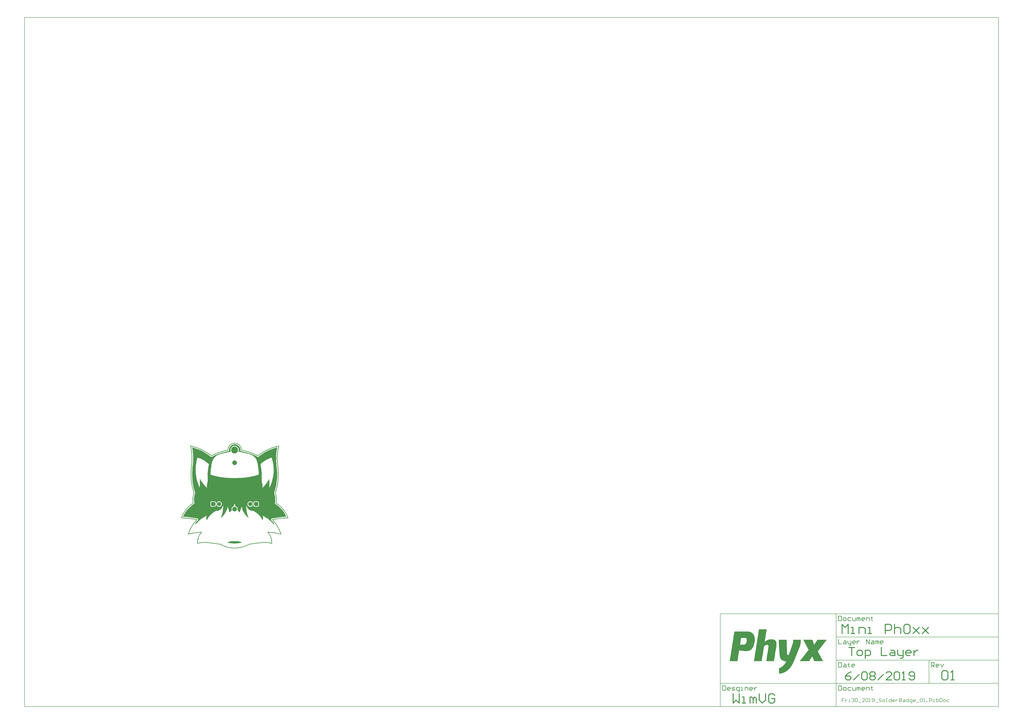
<source format=gtl>
G04*
G04 #@! TF.GenerationSoftware,Altium Limited,Altium Designer,18.1.11 (251)*
G04*
G04 Layer_Physical_Order=1*
G04 Layer_Color=48896*
%FSLAX25Y25*%
%MOIN*%
G70*
G01*
G75*
%ADD10C,0.00787*%
%ADD15C,0.00984*%
%ADD16C,0.01575*%
%ADD17R,0.03937X0.05118*%
%ADD26C,0.07874*%
%ADD27C,0.11811*%
G04:AMPARAMS|DCode=28|XSize=70.87mil|YSize=70.87mil|CornerRadius=17.72mil|HoleSize=0mil|Usage=FLASHONLY|Rotation=0.000|XOffset=0mil|YOffset=0mil|HoleType=Round|Shape=RoundedRectangle|*
%AMROUNDEDRECTD28*
21,1,0.07087,0.03543,0,0,0.0*
21,1,0.03543,0.07087,0,0,0.0*
1,1,0.03543,0.01772,-0.01772*
1,1,0.03543,-0.01772,-0.01772*
1,1,0.03543,-0.01772,0.01772*
1,1,0.03543,0.01772,0.01772*
%
%ADD28ROUNDEDRECTD28*%
%ADD29C,0.07087*%
G36*
X152Y176010D02*
X784Y175996D01*
X2045Y175804D01*
X3270Y175450D01*
X4440Y174940D01*
X5533Y174282D01*
X6532Y173489D01*
X7420Y172573D01*
X8182Y171550D01*
X8804Y170436D01*
X9277Y169252D01*
X9593Y168016D01*
X9739Y166805D01*
X9701Y166224D01*
X9738Y165940D01*
X9745Y165653D01*
X9788Y165554D01*
X9803Y165448D01*
X9946Y165199D01*
X10062Y164937D01*
X10140Y164863D01*
X10194Y164769D01*
X10421Y164595D01*
X10629Y164397D01*
X10729Y164358D01*
X10815Y164292D01*
X11092Y164218D01*
X11360Y164115D01*
X13145Y163804D01*
X16690Y163047D01*
X20204Y162156D01*
X23681Y161131D01*
X27116Y159974D01*
X30505Y158687D01*
X33842Y157272D01*
X37123Y155730D01*
X38733Y154897D01*
X39096Y154792D01*
X39458Y154682D01*
X39472Y154683D01*
X39485Y154680D01*
X39861Y154722D01*
X40238Y154759D01*
X40250Y154765D01*
X40263Y154767D01*
X40594Y154949D01*
X40928Y155128D01*
X42777Y156646D01*
X46656Y159447D01*
X50700Y162003D01*
X54894Y164304D01*
X59223Y166341D01*
X63669Y168107D01*
X68216Y169596D01*
X72239Y170642D01*
X72242Y170640D01*
X71555Y166662D01*
X71556Y166614D01*
X71541Y166569D01*
X70961Y161921D01*
X70964Y161874D01*
X70951Y161828D01*
X70588Y157158D01*
X70594Y157111D01*
X70583Y157064D01*
X70439Y152383D01*
X70447Y152336D01*
X70439Y152289D01*
X70514Y147606D01*
X70524Y147559D01*
X70517Y147512D01*
X70811Y142837D01*
X70824Y142791D01*
X70819Y142744D01*
X71331Y138088D01*
X71342Y138054D01*
X71340Y138018D01*
X71672Y135743D01*
X71939Y133143D01*
X72202Y127837D01*
X72185Y122525D01*
X71889Y117221D01*
X71315Y111940D01*
X70463Y106696D01*
X69336Y101505D01*
X67938Y96379D01*
X67105Y93857D01*
X67071Y93580D01*
X67005Y93309D01*
X67023Y93195D01*
X67009Y93080D01*
X67083Y92811D01*
X67127Y92535D01*
X67474Y91591D01*
X68043Y89660D01*
X68483Y87696D01*
X68792Y85707D01*
X68968Y83702D01*
X69012Y81690D01*
X68923Y79680D01*
X68702Y77679D01*
X68525Y76689D01*
X68533Y76305D01*
X68537Y75921D01*
X68540Y75914D01*
X68541Y75906D01*
X68694Y75554D01*
X68845Y75201D01*
X68851Y75196D01*
X68854Y75188D01*
X69130Y74923D01*
X69406Y74654D01*
X71054Y73581D01*
X74167Y71178D01*
X77078Y68533D01*
X79768Y65664D01*
X82220Y62589D01*
X84418Y59326D01*
X86347Y55899D01*
X87644Y53089D01*
X87642Y53085D01*
X87137Y53068D01*
X87105Y53061D01*
X87073Y53065D01*
X80376Y52628D01*
X80335Y52617D01*
X80292Y52621D01*
X73620Y51903D01*
X73579Y51891D01*
X73536Y51893D01*
X66899Y50895D01*
X66865Y50883D01*
X66829Y50883D01*
X63541Y50269D01*
X63357Y50195D01*
X63162Y50159D01*
X62997Y50051D01*
X62814Y49978D01*
X62672Y49839D01*
X62506Y49731D01*
X62395Y49568D01*
X62253Y49430D01*
X62176Y49248D01*
X62064Y49085D01*
X62023Y48892D01*
X61945Y48710D01*
X61943Y48512D01*
X61902Y48319D01*
X61939Y48125D01*
X61936Y47927D01*
X62010Y47743D01*
X62046Y47549D01*
X62154Y47383D01*
X62227Y47200D01*
X62366Y47059D01*
X62474Y46893D01*
X63703Y45636D01*
X66011Y42983D01*
X66455Y42408D01*
X66853Y40554D01*
X66966Y39369D01*
X66962Y39367D01*
X66951Y39371D01*
X65955Y40609D01*
X63857Y42995D01*
X61623Y45255D01*
X59262Y47381D01*
X56782Y49366D01*
X54190Y51204D01*
X51495Y52888D01*
X48707Y54412D01*
X47281Y55113D01*
X47266Y55118D01*
X47490Y54660D01*
X47831Y53699D01*
X48062Y52705D01*
X48177Y51691D01*
Y50671D01*
X48062Y49658D01*
X47831Y48664D01*
X47490Y47703D01*
X47268Y47249D01*
X47264Y47249D01*
X46640Y48519D01*
X45223Y50978D01*
X43596Y53305D01*
X41773Y55481D01*
X39766Y57489D01*
X37591Y59313D01*
X35266Y60941D01*
X32806Y62359D01*
X31533Y62986D01*
X31533Y62986D01*
X30777Y62968D01*
X29272Y63129D01*
X27802Y63485D01*
X26391Y64029D01*
X25063Y64754D01*
X23841Y65645D01*
X22745Y66689D01*
X21795Y67866D01*
X21008Y69157D01*
X20395Y70540D01*
X19968Y71991D01*
X19734Y73486D01*
X19716Y74242D01*
X19641Y72768D01*
X19621Y69817D01*
X19774Y66869D01*
X20099Y63936D01*
X20595Y61026D01*
X21261Y58151D01*
X22093Y55319D01*
X23090Y52541D01*
X23642Y51192D01*
X23639Y51189D01*
X22533Y52057D01*
X20436Y54025D01*
X18520Y56169D01*
X16801Y58475D01*
X15291Y60922D01*
X14003Y63494D01*
X12946Y66168D01*
X12129Y68925D01*
X11844Y70335D01*
X8706Y60272D01*
X8701Y60270D01*
X7812Y61086D01*
X6178Y62875D01*
X4875Y64582D01*
X5044Y65138D01*
X5143Y66142D01*
X5044Y67145D01*
X4751Y68110D01*
X4276Y68999D01*
X3637Y69778D01*
X2857Y70418D01*
X1968Y70893D01*
X1473Y71043D01*
X1390Y71246D01*
X676Y73561D01*
X170Y75930D01*
X21Y77132D01*
X-127Y75930D01*
X-634Y73561D01*
X-1347Y71246D01*
X-1424Y71058D01*
X-1968Y70893D01*
X-2857Y70418D01*
X-3637Y69778D01*
X-4276Y68999D01*
X-4751Y68110D01*
X-5044Y67145D01*
X-5143Y66142D01*
X-5044Y65138D01*
X-4863Y64542D01*
X-6135Y62875D01*
X-7769Y61086D01*
X-8659Y60270D01*
X-8663Y60271D01*
X-11801Y70335D01*
X-12086Y68925D01*
X-12903Y66168D01*
X-13960Y63494D01*
X-15248Y60922D01*
X-16758Y58475D01*
X-18477Y56169D01*
X-20393Y54025D01*
X-22490Y52057D01*
X-23596Y51189D01*
X-23600Y51192D01*
X-23047Y52541D01*
X-22050Y55319D01*
X-21218Y58151D01*
X-20552Y61026D01*
X-20056Y63936D01*
X-19731Y66869D01*
X-19578Y69817D01*
X-19598Y72768D01*
X-19673Y74242D01*
X-19691Y73486D01*
X-19925Y71991D01*
X-20352Y70540D01*
X-20965Y69157D01*
X-21753Y67866D01*
X-22702Y66689D01*
X-23798Y65645D01*
X-25020Y64754D01*
X-26348Y64029D01*
X-27759Y63485D01*
X-29230Y63129D01*
X-30734Y62968D01*
X-31490Y62986D01*
Y62986D01*
X-32763Y62359D01*
X-35223Y60941D01*
X-37549Y59313D01*
X-39723Y57489D01*
X-41730Y55481D01*
X-43554Y53305D01*
X-45180Y50978D01*
X-46597Y48519D01*
X-47221Y47249D01*
X-47225Y47249D01*
X-47447Y47703D01*
X-47789Y48664D01*
X-48019Y49658D01*
X-48134Y50671D01*
Y51691D01*
X-48019Y52705D01*
X-47789Y53699D01*
X-47447Y54660D01*
X-47223Y55118D01*
X-47238Y55113D01*
X-48664Y54412D01*
X-51452Y52888D01*
X-54147Y51204D01*
X-56739Y49366D01*
X-59219Y47381D01*
X-61580Y45255D01*
X-63814Y42995D01*
X-65912Y40609D01*
X-66908Y39371D01*
X-66920Y39367D01*
X-66923Y39369D01*
X-66810Y40554D01*
X-66404Y42443D01*
X-65983Y42988D01*
X-63676Y45641D01*
X-62435Y46909D01*
X-62324Y47078D01*
X-62183Y47224D01*
X-62112Y47403D01*
X-62007Y47564D01*
X-61969Y47763D01*
X-61895Y47952D01*
X-61898Y48145D01*
X-61862Y48334D01*
X-61904Y48532D01*
X-61907Y48735D01*
X-61984Y48912D01*
X-62023Y49100D01*
X-62137Y49268D01*
X-62218Y49453D01*
X-62356Y49588D01*
X-62465Y49747D01*
X-62635Y49858D01*
X-62780Y49999D01*
X-62959Y50069D01*
X-63121Y50175D01*
X-63320Y50212D01*
X-63508Y50287D01*
X-66809Y50890D01*
X-66841Y50890D01*
X-66872Y50901D01*
X-73508Y51898D01*
X-73551Y51896D01*
X-73592Y51909D01*
X-80265Y52627D01*
X-80307Y52623D01*
X-80349Y52634D01*
X-87046Y53071D01*
X-87077Y53066D01*
X-87109Y53074D01*
X-87615Y53091D01*
X-87617Y53094D01*
X-86319Y55905D01*
X-84390Y59332D01*
X-82192Y62594D01*
X-79741Y65670D01*
X-77051Y68539D01*
X-74140Y71184D01*
X-71026Y73587D01*
X-69378Y74660D01*
X-69103Y74928D01*
X-68827Y75194D01*
X-68824Y75201D01*
X-68818Y75207D01*
X-68667Y75560D01*
X-68513Y75911D01*
X-68513Y75919D01*
X-68510Y75927D01*
X-68505Y76310D01*
X-68497Y76694D01*
X-68674Y77685D01*
X-68896Y79685D01*
X-68985Y81696D01*
X-68941Y83708D01*
X-68764Y85713D01*
X-68455Y87702D01*
X-68015Y89666D01*
X-67447Y91596D01*
X-67099Y92541D01*
X-67056Y92817D01*
X-66981Y93086D01*
X-66995Y93200D01*
X-66978Y93314D01*
X-67043Y93586D01*
X-67077Y93863D01*
X-67910Y96385D01*
X-69309Y101510D01*
X-70435Y106702D01*
X-71287Y111945D01*
X-71862Y117226D01*
X-72158Y122530D01*
X-72174Y127843D01*
X-71911Y133148D01*
X-71644Y135748D01*
X-71313Y138024D01*
X-71315Y138060D01*
X-71304Y138094D01*
X-70792Y142750D01*
X-70796Y142797D01*
X-70784Y142843D01*
X-70490Y147518D01*
X-70496Y147565D01*
X-70486Y147611D01*
X-70411Y152295D01*
X-70420Y152341D01*
X-70412Y152388D01*
X-70556Y157070D01*
X-70567Y157116D01*
X-70561Y157164D01*
X-70924Y161833D01*
X-70936Y161879D01*
X-70933Y161927D01*
X-71513Y166574D01*
X-71529Y166620D01*
X-71527Y166667D01*
X-72214Y170645D01*
X-72211Y170648D01*
X-68188Y169601D01*
X-63641Y168113D01*
X-59195Y166347D01*
X-54867Y164309D01*
X-50672Y162008D01*
X-46628Y159452D01*
X-42750Y156651D01*
X-40901Y155134D01*
X-40567Y154955D01*
X-40236Y154772D01*
X-40222Y154771D01*
X-40210Y154764D01*
X-39833Y154727D01*
X-39457Y154685D01*
X-39444Y154689D01*
X-39431Y154688D01*
X-39069Y154797D01*
X-38705Y154902D01*
X-37098Y155734D01*
X-33823Y157273D01*
X-30492Y158686D01*
X-27109Y159972D01*
X-23680Y161128D01*
X-20209Y162152D01*
X-16702Y163043D01*
X-13164Y163801D01*
X-11375Y164111D01*
X-11158Y164195D01*
X-10931Y164243D01*
X-10797Y164335D01*
X-10644Y164393D01*
X-10476Y164554D01*
X-10285Y164685D01*
X-10195Y164821D01*
X-10078Y164934D01*
X-9983Y165146D01*
X-9856Y165340D01*
X-9826Y165501D01*
X-9760Y165650D01*
X-9755Y165882D01*
X-9712Y166110D01*
X-9719Y166748D01*
X-9566Y168015D01*
X-9251Y169252D01*
X-8779Y170437D01*
X-8156Y171552D01*
X-7395Y172576D01*
X-6507Y173493D01*
X-5508Y174286D01*
X-4414Y174944D01*
X-3244Y175454D01*
X-2018Y175809D01*
X-757Y176002D01*
X-156Y176014D01*
X152Y176010D01*
D02*
G37*
G36*
X4876Y11602D02*
X8073Y10994D01*
X11183Y10039D01*
X12677Y9394D01*
Y9394D01*
X11124Y9011D01*
X7976Y8435D01*
X4800Y8053D01*
X1606Y7865D01*
X6Y7868D01*
X6Y7868D01*
X-1594Y7864D01*
X-4787Y8053D01*
X-7963Y8436D01*
X-11110Y9012D01*
X-12663Y9396D01*
X-11170Y10040D01*
X-8059Y10994D01*
X-4863Y11602D01*
X-1620Y11856D01*
X6Y11804D01*
X1632Y11856D01*
X4876Y11602D01*
D02*
G37*
G36*
X1005337Y-155808D02*
X1005050D01*
Y-156094D01*
X1004764D01*
Y-156380D01*
Y-156667D01*
X1004478D01*
Y-156953D01*
X1004192D01*
Y-157239D01*
X1003905D01*
Y-157526D01*
Y-157812D01*
X1003619D01*
Y-158098D01*
X1003333D01*
Y-158385D01*
X1003046D01*
Y-158671D01*
X1002760D01*
Y-158957D01*
Y-159244D01*
X1002474D01*
Y-159530D01*
X1002187D01*
Y-159816D01*
X1001901D01*
Y-160102D01*
Y-160389D01*
X1001615D01*
Y-160675D01*
X1001328D01*
Y-160961D01*
X1001042D01*
Y-161248D01*
X1000756D01*
Y-161534D01*
Y-161820D01*
X1000469D01*
Y-162107D01*
X1000183D01*
Y-162393D01*
X999897D01*
Y-162679D01*
Y-162966D01*
X999611D01*
Y-163252D01*
X999324D01*
Y-163538D01*
X999038D01*
Y-163824D01*
Y-164111D01*
X998752D01*
Y-164397D01*
X998465D01*
Y-164683D01*
X998179D01*
Y-164970D01*
X997893D01*
Y-165256D01*
Y-165542D01*
X997606D01*
Y-165829D01*
X997320D01*
Y-166115D01*
X997034D01*
Y-166401D01*
Y-166688D01*
X996747D01*
Y-166974D01*
X996461D01*
Y-167260D01*
X996175D01*
Y-167547D01*
Y-167833D01*
X995889D01*
Y-168119D01*
X995602D01*
Y-168405D01*
X995316D01*
Y-168692D01*
X995030D01*
Y-168978D01*
Y-169264D01*
X994743D01*
Y-169551D01*
X994457D01*
Y-169837D01*
X994171D01*
Y-170123D01*
Y-170410D01*
X993884D01*
Y-170696D01*
X993598D01*
Y-170982D01*
X993312D01*
Y-171269D01*
Y-171555D01*
X993025D01*
Y-171841D01*
X992739D01*
Y-172127D01*
X992453D01*
Y-172414D01*
X992166D01*
Y-172700D01*
Y-172986D01*
X991880D01*
Y-173273D01*
X991594D01*
Y-173559D01*
X991308D01*
Y-173845D01*
Y-174132D01*
X991021D01*
Y-174418D01*
X990735D01*
Y-174704D01*
X990449D01*
Y-174991D01*
X990162D01*
Y-175277D01*
Y-175563D01*
X990449D01*
Y-175850D01*
Y-176136D01*
X990735D01*
Y-176422D01*
Y-176709D01*
X991021D01*
Y-176995D01*
X991308D01*
Y-177281D01*
Y-177568D01*
X991594D01*
Y-177854D01*
Y-178140D01*
X991880D01*
Y-178426D01*
Y-178713D01*
X992166D01*
Y-178999D01*
Y-179285D01*
X992453D01*
Y-179572D01*
Y-179858D01*
X992739D01*
Y-180144D01*
Y-180431D01*
X993025D01*
Y-180717D01*
Y-181003D01*
X993312D01*
Y-181290D01*
Y-181576D01*
X993598D01*
Y-181862D01*
X993884D01*
Y-182149D01*
Y-182435D01*
X994171D01*
Y-182721D01*
Y-183007D01*
X994457D01*
Y-183294D01*
Y-183580D01*
X994743D01*
Y-183866D01*
Y-184153D01*
X995030D01*
Y-184439D01*
Y-184725D01*
X995316D01*
Y-185012D01*
Y-185298D01*
X995602D01*
Y-185584D01*
Y-185871D01*
X995889D01*
Y-186157D01*
X996175D01*
Y-186443D01*
Y-186730D01*
X996461D01*
Y-187016D01*
Y-187302D01*
X996747D01*
Y-187588D01*
Y-187875D01*
X997034D01*
Y-188161D01*
Y-188447D01*
X997320D01*
Y-188734D01*
Y-189020D01*
X997606D01*
Y-189306D01*
Y-189593D01*
X997893D01*
Y-189879D01*
Y-190165D01*
X998179D01*
Y-190452D01*
X998465D01*
Y-190738D01*
Y-191024D01*
X998752D01*
Y-191311D01*
Y-191597D01*
X999038D01*
Y-191883D01*
X983863D01*
Y-191597D01*
X983577D01*
Y-191311D01*
Y-191024D01*
Y-190738D01*
X983291D01*
Y-190452D01*
Y-190165D01*
Y-189879D01*
X983004D01*
Y-189593D01*
Y-189306D01*
X982718D01*
Y-189020D01*
Y-188734D01*
Y-188447D01*
X982432D01*
Y-188161D01*
Y-187875D01*
Y-187588D01*
X982146D01*
Y-187302D01*
Y-187016D01*
X981859D01*
Y-186730D01*
Y-186443D01*
Y-186157D01*
X981573D01*
Y-185871D01*
Y-185584D01*
Y-185298D01*
X981287D01*
Y-185012D01*
Y-184725D01*
Y-184439D01*
X981000D01*
Y-184153D01*
X980428D01*
Y-184439D01*
Y-184725D01*
X980141D01*
Y-185012D01*
X979855D01*
Y-185298D01*
Y-185584D01*
X979569D01*
Y-185871D01*
X979282D01*
Y-186157D01*
Y-186443D01*
X978996D01*
Y-186730D01*
X978710D01*
Y-187016D01*
Y-187302D01*
X978423D01*
Y-187588D01*
X978137D01*
Y-187875D01*
X977851D01*
Y-188161D01*
Y-188447D01*
X977565D01*
Y-188734D01*
X977278D01*
Y-189020D01*
Y-189306D01*
X976992D01*
Y-189593D01*
X976705D01*
Y-189879D01*
Y-190165D01*
X976419D01*
Y-190452D01*
X976133D01*
Y-190738D01*
Y-191024D01*
X975847D01*
Y-191311D01*
X975560D01*
Y-191597D01*
Y-191883D01*
X959527D01*
Y-191597D01*
X959813D01*
Y-191311D01*
X960099D01*
Y-191024D01*
X960386D01*
Y-190738D01*
X960672D01*
Y-190452D01*
Y-190165D01*
X960958D01*
Y-189879D01*
X961245D01*
Y-189593D01*
X961531D01*
Y-189306D01*
X961817D01*
Y-189020D01*
Y-188734D01*
X962104D01*
Y-188447D01*
X962390D01*
Y-188161D01*
X962676D01*
Y-187875D01*
Y-187588D01*
X962963D01*
Y-187302D01*
X963249D01*
Y-187016D01*
X963535D01*
Y-186730D01*
X963822D01*
Y-186443D01*
Y-186157D01*
X964108D01*
Y-185871D01*
X964394D01*
Y-185584D01*
X964680D01*
Y-185298D01*
X964967D01*
Y-185012D01*
Y-184725D01*
X965253D01*
Y-184439D01*
X965539D01*
Y-184153D01*
X965826D01*
Y-183866D01*
Y-183580D01*
X966112D01*
Y-183294D01*
X966398D01*
Y-183007D01*
X966685D01*
Y-182721D01*
X966971D01*
Y-182435D01*
Y-182149D01*
X967257D01*
Y-181862D01*
X967544D01*
Y-181576D01*
X967830D01*
Y-181290D01*
Y-181003D01*
X968116D01*
Y-180717D01*
X968402D01*
Y-180431D01*
X968689D01*
Y-180144D01*
X968975D01*
Y-179858D01*
Y-179572D01*
X969261D01*
Y-179285D01*
X969548D01*
Y-178999D01*
X969834D01*
Y-178713D01*
Y-178426D01*
X970120D01*
Y-178140D01*
X970407D01*
Y-177854D01*
X970693D01*
Y-177568D01*
X970979D01*
Y-177281D01*
Y-176995D01*
X971266D01*
Y-176709D01*
X971552D01*
Y-176422D01*
X971838D01*
Y-176136D01*
X972124D01*
Y-175850D01*
Y-175563D01*
X972411D01*
Y-175277D01*
X972697D01*
Y-174991D01*
X972983D01*
Y-174704D01*
Y-174418D01*
X973270D01*
Y-174132D01*
X973556D01*
Y-173845D01*
X973842D01*
Y-173559D01*
X974129D01*
Y-173273D01*
Y-172986D01*
X974415D01*
Y-172700D01*
Y-172414D01*
Y-172127D01*
X974129D01*
Y-171841D01*
X973842D01*
Y-171555D01*
Y-171269D01*
X973556D01*
Y-170982D01*
Y-170696D01*
X973270D01*
Y-170410D01*
Y-170123D01*
X972983D01*
Y-169837D01*
Y-169551D01*
X972697D01*
Y-169264D01*
Y-168978D01*
X972411D01*
Y-168692D01*
Y-168405D01*
X972124D01*
Y-168119D01*
X971838D01*
Y-167833D01*
Y-167547D01*
X971552D01*
Y-167260D01*
Y-166974D01*
X971266D01*
Y-166688D01*
Y-166401D01*
X970979D01*
Y-166115D01*
Y-165829D01*
X970693D01*
Y-165542D01*
Y-165256D01*
X970407D01*
Y-164970D01*
Y-164683D01*
X970120D01*
Y-164397D01*
X969834D01*
Y-164111D01*
Y-163824D01*
X969548D01*
Y-163538D01*
Y-163252D01*
X969261D01*
Y-162966D01*
Y-162679D01*
X968975D01*
Y-162393D01*
Y-162107D01*
X968689D01*
Y-161820D01*
Y-161534D01*
X968402D01*
Y-161248D01*
Y-160961D01*
X968116D01*
Y-160675D01*
Y-160389D01*
X967830D01*
Y-160102D01*
X967544D01*
Y-159816D01*
Y-159530D01*
X967257D01*
Y-159244D01*
Y-158957D01*
X966971D01*
Y-158671D01*
Y-158385D01*
X966685D01*
Y-158098D01*
Y-157812D01*
X966398D01*
Y-157526D01*
Y-157239D01*
X966112D01*
Y-156953D01*
Y-156667D01*
X965826D01*
Y-156380D01*
X965539D01*
Y-156094D01*
Y-155808D01*
X965253D01*
Y-155521D01*
X981000D01*
Y-155808D01*
X981287D01*
Y-156094D01*
Y-156380D01*
Y-156667D01*
X981573D01*
Y-156953D01*
Y-157239D01*
Y-157526D01*
X981859D01*
Y-157812D01*
Y-158098D01*
Y-158385D01*
X982146D01*
Y-158671D01*
Y-158957D01*
Y-159244D01*
X982432D01*
Y-159530D01*
Y-159816D01*
Y-160102D01*
X982718D01*
Y-160389D01*
Y-160675D01*
Y-160961D01*
X983004D01*
Y-161248D01*
Y-161534D01*
Y-161820D01*
X983291D01*
Y-162107D01*
Y-162393D01*
Y-162679D01*
X983577D01*
Y-162966D01*
Y-163252D01*
Y-163538D01*
Y-163824D01*
X984150D01*
Y-163538D01*
X984436D01*
Y-163252D01*
X984722D01*
Y-162966D01*
Y-162679D01*
X985009D01*
Y-162393D01*
X985295D01*
Y-162107D01*
Y-161820D01*
X985581D01*
Y-161534D01*
X985868D01*
Y-161248D01*
Y-160961D01*
X986154D01*
Y-160675D01*
X986440D01*
Y-160389D01*
Y-160102D01*
X986726D01*
Y-159816D01*
X987013D01*
Y-159530D01*
Y-159244D01*
X987299D01*
Y-158957D01*
X987585D01*
Y-158671D01*
Y-158385D01*
X987872D01*
Y-158098D01*
X988158D01*
Y-157812D01*
Y-157526D01*
X988444D01*
Y-157239D01*
X988731D01*
Y-156953D01*
Y-156667D01*
X989017D01*
Y-156380D01*
X989303D01*
Y-156094D01*
Y-155808D01*
X989590D01*
Y-155521D01*
X1005337D01*
Y-155808D01*
D02*
G37*
G36*
X872201Y-141778D02*
X873919D01*
Y-142065D01*
X874778D01*
Y-142351D01*
X875637D01*
Y-142637D01*
X876496D01*
Y-142924D01*
X877069D01*
Y-143210D01*
X877355D01*
Y-143496D01*
X877928D01*
Y-143783D01*
X878214D01*
Y-144069D01*
X878786D01*
Y-144355D01*
X879073D01*
Y-144641D01*
X879359D01*
Y-144928D01*
X879646D01*
Y-145214D01*
X879932D01*
Y-145501D01*
X880218D01*
Y-145787D01*
X880504D01*
Y-146073D01*
Y-146359D01*
X880791D01*
Y-146646D01*
X881077D01*
Y-146932D01*
Y-147218D01*
X881363D01*
Y-147505D01*
X881650D01*
Y-147791D01*
Y-148077D01*
X881936D01*
Y-148364D01*
Y-148650D01*
Y-148936D01*
X882222D01*
Y-149223D01*
Y-149509D01*
Y-149795D01*
X882509D01*
Y-150082D01*
Y-150368D01*
Y-150654D01*
Y-150940D01*
X882795D01*
Y-151227D01*
Y-151513D01*
Y-151799D01*
Y-152086D01*
Y-152372D01*
X883081D01*
Y-152658D01*
Y-152945D01*
Y-153231D01*
Y-153517D01*
Y-153804D01*
Y-154090D01*
Y-154376D01*
Y-154663D01*
Y-154949D01*
Y-155235D01*
Y-155521D01*
Y-155808D01*
Y-156094D01*
Y-156380D01*
Y-156667D01*
Y-156953D01*
Y-157239D01*
Y-157526D01*
Y-157812D01*
Y-158098D01*
X882795D01*
Y-158385D01*
Y-158671D01*
Y-158957D01*
Y-159244D01*
Y-159530D01*
Y-159816D01*
Y-160102D01*
X882509D01*
Y-160389D01*
Y-160675D01*
Y-160961D01*
Y-161248D01*
Y-161534D01*
X882222D01*
Y-161820D01*
Y-162107D01*
Y-162393D01*
Y-162679D01*
Y-162966D01*
X881936D01*
Y-163252D01*
Y-163538D01*
Y-163824D01*
X881650D01*
Y-164111D01*
Y-164397D01*
Y-164683D01*
Y-164970D01*
X881363D01*
Y-165256D01*
Y-165542D01*
Y-165829D01*
X881077D01*
Y-166115D01*
Y-166401D01*
X880791D01*
Y-166688D01*
Y-166974D01*
Y-167260D01*
X880504D01*
Y-167547D01*
Y-167833D01*
X880218D01*
Y-168119D01*
Y-168405D01*
X879932D01*
Y-168692D01*
Y-168978D01*
X879646D01*
Y-169264D01*
X879359D01*
Y-169551D01*
Y-169837D01*
X879073D01*
Y-170123D01*
X878786D01*
Y-170410D01*
X878500D01*
Y-170696D01*
Y-170982D01*
X878214D01*
Y-171269D01*
X877928D01*
Y-171555D01*
X877641D01*
Y-171841D01*
X877355D01*
Y-172127D01*
X877069D01*
Y-172414D01*
X876496D01*
Y-172700D01*
X876210D01*
Y-172986D01*
X875637D01*
Y-173273D01*
X875351D01*
Y-173559D01*
X874778D01*
Y-173845D01*
X873919D01*
Y-174132D01*
X873060D01*
Y-174418D01*
X872201D01*
Y-174704D01*
X870483D01*
Y-174991D01*
X865330D01*
Y-174704D01*
X862753D01*
Y-174418D01*
X860749D01*
Y-174132D01*
X859317D01*
Y-173845D01*
X857886D01*
Y-173559D01*
X856454D01*
Y-173845D01*
Y-174132D01*
Y-174418D01*
Y-174704D01*
Y-174991D01*
Y-175277D01*
Y-175563D01*
X856168D01*
Y-175850D01*
Y-176136D01*
Y-176422D01*
Y-176709D01*
Y-176995D01*
Y-177281D01*
X855882D01*
Y-177568D01*
Y-177854D01*
Y-178140D01*
Y-178426D01*
Y-178713D01*
Y-178999D01*
X855595D01*
Y-179285D01*
Y-179572D01*
Y-179858D01*
Y-180144D01*
Y-180431D01*
Y-180717D01*
Y-181003D01*
X855309D01*
Y-181290D01*
Y-181576D01*
Y-181862D01*
Y-182149D01*
Y-182435D01*
Y-182721D01*
X855023D01*
Y-183007D01*
Y-183294D01*
Y-183580D01*
Y-183866D01*
Y-184153D01*
Y-184439D01*
X854736D01*
Y-184725D01*
Y-185012D01*
Y-185298D01*
Y-185584D01*
Y-185871D01*
Y-186157D01*
Y-186443D01*
X854450D01*
Y-186730D01*
Y-187016D01*
Y-187302D01*
Y-187588D01*
Y-187875D01*
Y-188161D01*
X854164D01*
Y-188447D01*
Y-188734D01*
Y-189020D01*
Y-189306D01*
Y-189593D01*
Y-189879D01*
X853877D01*
Y-190165D01*
Y-190452D01*
Y-190738D01*
Y-191024D01*
Y-191311D01*
Y-191597D01*
Y-191883D01*
X840421D01*
Y-191597D01*
X840707D01*
Y-191311D01*
Y-191024D01*
Y-190738D01*
Y-190452D01*
Y-190165D01*
X840993D01*
Y-189879D01*
Y-189593D01*
Y-189306D01*
Y-189020D01*
Y-188734D01*
Y-188447D01*
Y-188161D01*
X841280D01*
Y-187875D01*
Y-187588D01*
Y-187302D01*
Y-187016D01*
Y-186730D01*
Y-186443D01*
X841566D01*
Y-186157D01*
Y-185871D01*
Y-185584D01*
Y-185298D01*
Y-185012D01*
Y-184725D01*
X841852D01*
Y-184439D01*
Y-184153D01*
Y-183866D01*
Y-183580D01*
Y-183294D01*
Y-183007D01*
Y-182721D01*
X842138D01*
Y-182435D01*
Y-182149D01*
Y-181862D01*
Y-181576D01*
Y-181290D01*
Y-181003D01*
X842425D01*
Y-180717D01*
Y-180431D01*
Y-180144D01*
Y-179858D01*
Y-179572D01*
Y-179285D01*
X842711D01*
Y-178999D01*
Y-178713D01*
Y-178426D01*
Y-178140D01*
Y-177854D01*
Y-177568D01*
X842997D01*
Y-177281D01*
Y-176995D01*
Y-176709D01*
Y-176422D01*
Y-176136D01*
Y-175850D01*
Y-175563D01*
X843284D01*
Y-175277D01*
Y-174991D01*
Y-174704D01*
Y-174418D01*
Y-174132D01*
Y-173845D01*
X843570D01*
Y-173559D01*
Y-173273D01*
Y-172986D01*
Y-172700D01*
Y-172414D01*
Y-172127D01*
X843856D01*
Y-171841D01*
Y-171555D01*
Y-171269D01*
Y-170982D01*
Y-170696D01*
Y-170410D01*
X844143D01*
Y-170123D01*
Y-169837D01*
Y-169551D01*
Y-169264D01*
Y-168978D01*
Y-168692D01*
Y-168405D01*
X844429D01*
Y-168119D01*
Y-167833D01*
Y-167547D01*
Y-167260D01*
Y-166974D01*
Y-166688D01*
X844715D01*
Y-166401D01*
Y-166115D01*
Y-165829D01*
Y-165542D01*
Y-165256D01*
Y-164970D01*
X845002D01*
Y-164683D01*
Y-164397D01*
Y-164111D01*
Y-163824D01*
Y-163538D01*
Y-163252D01*
Y-162966D01*
X845288D01*
Y-162679D01*
Y-162393D01*
Y-162107D01*
Y-161820D01*
Y-161534D01*
Y-161248D01*
X845574D01*
Y-160961D01*
Y-160675D01*
Y-160389D01*
Y-160102D01*
Y-159816D01*
Y-159530D01*
X845861D01*
Y-159244D01*
Y-158957D01*
Y-158671D01*
Y-158385D01*
Y-158098D01*
Y-157812D01*
X846147D01*
Y-157526D01*
Y-157239D01*
Y-156953D01*
Y-156667D01*
Y-156380D01*
Y-156094D01*
Y-155808D01*
X846433D01*
Y-155521D01*
Y-155235D01*
Y-154949D01*
Y-154663D01*
Y-154376D01*
Y-154090D01*
X846719D01*
Y-153804D01*
Y-153517D01*
Y-153231D01*
Y-152945D01*
Y-152658D01*
Y-152372D01*
X847006D01*
Y-152086D01*
Y-151799D01*
Y-151513D01*
Y-151227D01*
Y-150940D01*
Y-150654D01*
Y-150368D01*
X847292D01*
Y-150082D01*
Y-149795D01*
Y-149509D01*
Y-149223D01*
Y-148936D01*
Y-148650D01*
X847578D01*
Y-148364D01*
Y-148077D01*
Y-147791D01*
Y-147505D01*
Y-147218D01*
Y-146932D01*
X847865D01*
Y-146646D01*
Y-146359D01*
Y-146073D01*
Y-145787D01*
Y-145501D01*
Y-145214D01*
Y-144928D01*
X848151D01*
Y-144641D01*
Y-144355D01*
Y-144069D01*
Y-143783D01*
Y-143496D01*
Y-143210D01*
X848437D01*
Y-142924D01*
Y-142637D01*
Y-142351D01*
Y-142065D01*
Y-141778D01*
Y-141492D01*
X872201D01*
Y-141778D01*
D02*
G37*
G36*
X961245Y-155808D02*
Y-156094D01*
Y-156380D01*
Y-156667D01*
Y-156953D01*
Y-157239D01*
Y-157526D01*
Y-157812D01*
Y-158098D01*
Y-158385D01*
Y-158671D01*
Y-158957D01*
Y-159244D01*
Y-159530D01*
Y-159816D01*
Y-160102D01*
Y-160389D01*
Y-160675D01*
Y-160961D01*
Y-161248D01*
Y-161534D01*
X960958D01*
Y-161820D01*
Y-162107D01*
Y-162393D01*
Y-162679D01*
Y-162966D01*
X960672D01*
Y-163252D01*
Y-163538D01*
Y-163824D01*
Y-164111D01*
X960386D01*
Y-164397D01*
Y-164683D01*
Y-164970D01*
Y-165256D01*
X960099D01*
Y-165542D01*
Y-165829D01*
Y-166115D01*
X959813D01*
Y-166401D01*
Y-166688D01*
Y-166974D01*
X959527D01*
Y-167260D01*
Y-167547D01*
Y-167833D01*
X959241D01*
Y-168119D01*
Y-168405D01*
Y-168692D01*
X958954D01*
Y-168978D01*
Y-169264D01*
X958668D01*
Y-169551D01*
Y-169837D01*
X958381D01*
Y-170123D01*
Y-170410D01*
Y-170696D01*
X958095D01*
Y-170982D01*
Y-171269D01*
X957809D01*
Y-171555D01*
Y-171841D01*
Y-172127D01*
X957523D01*
Y-172414D01*
Y-172700D01*
X957236D01*
Y-172986D01*
Y-173273D01*
Y-173559D01*
X956950D01*
Y-173845D01*
Y-174132D01*
X956664D01*
Y-174418D01*
Y-174704D01*
Y-174991D01*
X956377D01*
Y-175277D01*
Y-175563D01*
X956091D01*
Y-175850D01*
Y-176136D01*
Y-176422D01*
X955805D01*
Y-176709D01*
Y-176995D01*
X955518D01*
Y-177281D01*
Y-177568D01*
Y-177854D01*
X955232D01*
Y-178140D01*
Y-178426D01*
X954946D01*
Y-178713D01*
Y-178999D01*
Y-179285D01*
X954659D01*
Y-179572D01*
Y-179858D01*
X954373D01*
Y-180144D01*
Y-180431D01*
Y-180717D01*
X954087D01*
Y-181003D01*
Y-181290D01*
X953800D01*
Y-181576D01*
Y-181862D01*
Y-182149D01*
X953514D01*
Y-182435D01*
Y-182721D01*
X953228D01*
Y-183007D01*
Y-183294D01*
Y-183580D01*
X952942D01*
Y-183866D01*
Y-184153D01*
X952655D01*
Y-184439D01*
Y-184725D01*
Y-185012D01*
X952369D01*
Y-185298D01*
Y-185584D01*
X952083D01*
Y-185871D01*
Y-186157D01*
Y-186443D01*
X951796D01*
Y-186730D01*
Y-187016D01*
X951510D01*
Y-187302D01*
Y-187588D01*
Y-187875D01*
X951224D01*
Y-188161D01*
Y-188447D01*
X950937D01*
Y-188734D01*
Y-189020D01*
Y-189306D01*
X950651D01*
Y-189593D01*
Y-189879D01*
X950365D01*
Y-190165D01*
Y-190452D01*
Y-190738D01*
X950078D01*
Y-191024D01*
Y-191311D01*
X949792D01*
Y-191597D01*
Y-191883D01*
Y-192169D01*
X949506D01*
Y-192456D01*
Y-192742D01*
X949220D01*
Y-193028D01*
Y-193315D01*
X948933D01*
Y-193601D01*
Y-193887D01*
X948647D01*
Y-194174D01*
Y-194460D01*
Y-194746D01*
X948361D01*
Y-195033D01*
X948074D01*
Y-195319D01*
Y-195605D01*
Y-195891D01*
X947788D01*
Y-196178D01*
X947502D01*
Y-196464D01*
Y-196750D01*
X947215D01*
Y-197037D01*
Y-197323D01*
X946929D01*
Y-197609D01*
Y-197896D01*
X946643D01*
Y-198182D01*
Y-198468D01*
X946356D01*
Y-198755D01*
X946070D01*
Y-199041D01*
Y-199327D01*
X945784D01*
Y-199614D01*
Y-199900D01*
X945497D01*
Y-200186D01*
X945211D01*
Y-200472D01*
X944925D01*
Y-200759D01*
Y-201045D01*
X944639D01*
Y-201331D01*
X944352D01*
Y-201618D01*
Y-201904D01*
X944066D01*
Y-202190D01*
X943780D01*
Y-202477D01*
X943493D01*
Y-202763D01*
Y-203049D01*
X943207D01*
Y-203336D01*
X942921D01*
Y-203622D01*
X942634D01*
Y-203908D01*
X942348D01*
Y-204195D01*
X942062D01*
Y-204481D01*
Y-204767D01*
X941775D01*
Y-205053D01*
X941489D01*
Y-205340D01*
X941203D01*
Y-205626D01*
X940916D01*
Y-205912D01*
X940630D01*
Y-206199D01*
X940344D01*
Y-206485D01*
X940057D01*
Y-206771D01*
X939485D01*
Y-207058D01*
X939199D01*
Y-207344D01*
X938912D01*
Y-207630D01*
X938626D01*
Y-207917D01*
X938340D01*
Y-208203D01*
X937767D01*
Y-208489D01*
X937481D01*
Y-208776D01*
X936908D01*
Y-209062D01*
X936622D01*
Y-209348D01*
X936049D01*
Y-209634D01*
X935763D01*
Y-209921D01*
X935190D01*
Y-210207D01*
X934618D01*
Y-210493D01*
X934045D01*
Y-210780D01*
X933472D01*
Y-211066D01*
X932900D01*
Y-211352D01*
X932041D01*
Y-211639D01*
X931468D01*
Y-211925D01*
X930609D01*
Y-212211D01*
X929464D01*
Y-212498D01*
X928319D01*
Y-212784D01*
X926601D01*
Y-213070D01*
X924597D01*
Y-213357D01*
X924310D01*
Y-213070D01*
Y-212784D01*
Y-212498D01*
Y-212211D01*
Y-211925D01*
Y-211639D01*
Y-211352D01*
Y-211066D01*
Y-210780D01*
Y-210493D01*
Y-210207D01*
Y-209921D01*
Y-209634D01*
Y-209348D01*
Y-209062D01*
Y-208776D01*
Y-208489D01*
Y-208203D01*
Y-207917D01*
Y-207630D01*
Y-207344D01*
Y-207058D01*
Y-206771D01*
Y-206485D01*
Y-206199D01*
Y-205912D01*
Y-205626D01*
Y-205340D01*
Y-205053D01*
Y-204767D01*
Y-204481D01*
Y-204195D01*
Y-203908D01*
X924883D01*
Y-203622D01*
X925455D01*
Y-203336D01*
X926028D01*
Y-203049D01*
X926601D01*
Y-202763D01*
X927173D01*
Y-202477D01*
X927746D01*
Y-202190D01*
X928032D01*
Y-201904D01*
X928605D01*
Y-201618D01*
X928891D01*
Y-201331D01*
X929464D01*
Y-201045D01*
X929750D01*
Y-200759D01*
X930037D01*
Y-200472D01*
X930609D01*
Y-200186D01*
X930896D01*
Y-199900D01*
X931182D01*
Y-199614D01*
X931468D01*
Y-199327D01*
X931754D01*
Y-199041D01*
X932041D01*
Y-198755D01*
X932327D01*
Y-198468D01*
X932613D01*
Y-198182D01*
X932900D01*
Y-197896D01*
X933186D01*
Y-197609D01*
X933472D01*
Y-197323D01*
X933759D01*
Y-197037D01*
Y-196750D01*
X934045D01*
Y-196464D01*
X934331D01*
Y-196178D01*
X934618D01*
Y-195891D01*
Y-195605D01*
X934904D01*
Y-195319D01*
X935190D01*
Y-195033D01*
Y-194746D01*
X935476D01*
Y-194460D01*
Y-194174D01*
X935763D01*
Y-193887D01*
X936049D01*
Y-193601D01*
Y-193315D01*
X936335D01*
Y-193028D01*
Y-192742D01*
X936622D01*
Y-192456D01*
Y-192169D01*
X934904D01*
Y-191883D01*
X932900D01*
Y-191597D01*
X931754D01*
Y-191311D01*
X931182D01*
Y-191024D01*
X930323D01*
Y-190738D01*
X929750D01*
Y-190452D01*
X929464D01*
Y-190165D01*
X928891D01*
Y-189879D01*
X928605D01*
Y-189593D01*
X928319D01*
Y-189306D01*
X928032D01*
Y-189020D01*
X927746D01*
Y-188734D01*
X927460D01*
Y-188447D01*
Y-188161D01*
X927173D01*
Y-187875D01*
X926887D01*
Y-187588D01*
Y-187302D01*
X926601D01*
Y-187016D01*
Y-186730D01*
X926315D01*
Y-186443D01*
Y-186157D01*
X926028D01*
Y-185871D01*
Y-185584D01*
Y-185298D01*
X925742D01*
Y-185012D01*
Y-184725D01*
Y-184439D01*
Y-184153D01*
X925455D01*
Y-183866D01*
Y-183580D01*
Y-183294D01*
Y-183007D01*
Y-182721D01*
Y-182435D01*
Y-182149D01*
X925169D01*
Y-181862D01*
Y-181576D01*
Y-181290D01*
Y-181003D01*
Y-180717D01*
Y-180431D01*
Y-180144D01*
Y-179858D01*
Y-179572D01*
Y-179285D01*
Y-178999D01*
Y-178713D01*
Y-178426D01*
Y-178140D01*
Y-177854D01*
X924883D01*
Y-177568D01*
Y-177281D01*
Y-176995D01*
Y-176709D01*
Y-176422D01*
Y-176136D01*
Y-175850D01*
Y-175563D01*
Y-175277D01*
Y-174991D01*
Y-174704D01*
Y-174418D01*
Y-174132D01*
Y-173845D01*
Y-173559D01*
X924597D01*
Y-173273D01*
Y-172986D01*
Y-172700D01*
Y-172414D01*
Y-172127D01*
Y-171841D01*
Y-171555D01*
Y-171269D01*
Y-170982D01*
Y-170696D01*
Y-170410D01*
Y-170123D01*
Y-169837D01*
Y-169551D01*
Y-169264D01*
Y-168978D01*
X924310D01*
Y-168692D01*
Y-168405D01*
Y-168119D01*
Y-167833D01*
Y-167547D01*
Y-167260D01*
Y-166974D01*
Y-166688D01*
Y-166401D01*
Y-166115D01*
Y-165829D01*
Y-165542D01*
Y-165256D01*
Y-164970D01*
Y-164683D01*
Y-164397D01*
X924024D01*
Y-164111D01*
Y-163824D01*
Y-163538D01*
Y-163252D01*
Y-162966D01*
Y-162679D01*
Y-162393D01*
Y-162107D01*
Y-161820D01*
Y-161534D01*
Y-161248D01*
Y-160961D01*
Y-160675D01*
Y-160389D01*
X923738D01*
Y-160102D01*
Y-159816D01*
Y-159530D01*
Y-159244D01*
Y-158957D01*
Y-158671D01*
Y-158385D01*
Y-158098D01*
Y-157812D01*
Y-157526D01*
Y-157239D01*
Y-156953D01*
Y-156667D01*
Y-156380D01*
Y-156094D01*
Y-155808D01*
X923451D01*
Y-155521D01*
X937194D01*
Y-155808D01*
Y-156094D01*
Y-156380D01*
Y-156667D01*
Y-156953D01*
Y-157239D01*
Y-157526D01*
Y-157812D01*
Y-158098D01*
Y-158385D01*
Y-158671D01*
Y-158957D01*
Y-159244D01*
Y-159530D01*
X937481D01*
Y-159816D01*
Y-160102D01*
Y-160389D01*
Y-160675D01*
Y-160961D01*
Y-161248D01*
Y-161534D01*
Y-161820D01*
Y-162107D01*
Y-162393D01*
Y-162679D01*
Y-162966D01*
Y-163252D01*
Y-163538D01*
Y-163824D01*
Y-164111D01*
Y-164397D01*
Y-164683D01*
Y-164970D01*
Y-165256D01*
Y-165542D01*
Y-165829D01*
Y-166115D01*
Y-166401D01*
Y-166688D01*
Y-166974D01*
Y-167260D01*
Y-167547D01*
Y-167833D01*
Y-168119D01*
Y-168405D01*
Y-168692D01*
Y-168978D01*
Y-169264D01*
Y-169551D01*
Y-169837D01*
Y-170123D01*
Y-170410D01*
Y-170696D01*
Y-170982D01*
Y-171269D01*
X937767D01*
Y-171555D01*
X937481D01*
Y-171841D01*
Y-172127D01*
X937767D01*
Y-172414D01*
Y-172700D01*
Y-172986D01*
Y-173273D01*
Y-173559D01*
Y-173845D01*
Y-174132D01*
Y-174418D01*
Y-174704D01*
Y-174991D01*
Y-175277D01*
Y-175563D01*
Y-175850D01*
Y-176136D01*
Y-176422D01*
Y-176709D01*
Y-176995D01*
Y-177281D01*
Y-177568D01*
Y-177854D01*
Y-178140D01*
Y-178426D01*
Y-178713D01*
Y-178999D01*
Y-179285D01*
Y-179572D01*
X938053D01*
Y-179858D01*
Y-180144D01*
Y-180431D01*
X938340D01*
Y-180717D01*
X938626D01*
Y-181003D01*
X938912D01*
Y-181290D01*
X939771D01*
Y-181576D01*
X940630D01*
Y-181290D01*
X940916D01*
Y-181003D01*
Y-180717D01*
Y-180431D01*
X941203D01*
Y-180144D01*
Y-179858D01*
X941489D01*
Y-179572D01*
Y-179285D01*
Y-178999D01*
X941775D01*
Y-178713D01*
Y-178426D01*
Y-178140D01*
X942062D01*
Y-177854D01*
Y-177568D01*
Y-177281D01*
X942348D01*
Y-176995D01*
Y-176709D01*
Y-176422D01*
X942634D01*
Y-176136D01*
Y-175850D01*
X942921D01*
Y-175563D01*
Y-175277D01*
Y-174991D01*
X943207D01*
Y-174704D01*
Y-174418D01*
Y-174132D01*
X943493D01*
Y-173845D01*
Y-173559D01*
Y-173273D01*
X943780D01*
Y-172986D01*
Y-172700D01*
X944066D01*
Y-172414D01*
Y-172127D01*
Y-171841D01*
X944352D01*
Y-171555D01*
Y-171269D01*
Y-170982D01*
X944639D01*
Y-170696D01*
Y-170410D01*
Y-170123D01*
X944925D01*
Y-169837D01*
Y-169551D01*
X945211D01*
Y-169264D01*
Y-168978D01*
Y-168692D01*
X945497D01*
Y-168405D01*
Y-168119D01*
Y-167833D01*
X945784D01*
Y-167547D01*
Y-167260D01*
Y-166974D01*
X946070D01*
Y-166688D01*
Y-166401D01*
X946356D01*
Y-166115D01*
Y-165829D01*
Y-165542D01*
X946643D01*
Y-165256D01*
Y-164970D01*
Y-164683D01*
X946929D01*
Y-164397D01*
Y-164111D01*
Y-163824D01*
X947215D01*
Y-163538D01*
Y-163252D01*
Y-162966D01*
Y-162679D01*
X947502D01*
Y-162393D01*
Y-162107D01*
Y-161820D01*
Y-161534D01*
X947788D01*
Y-161248D01*
Y-160961D01*
Y-160675D01*
Y-160389D01*
Y-160102D01*
X948074D01*
Y-159816D01*
Y-159530D01*
Y-159244D01*
Y-158957D01*
Y-158671D01*
Y-158385D01*
X948361D01*
Y-158098D01*
Y-157812D01*
Y-157526D01*
Y-157239D01*
Y-156953D01*
Y-156667D01*
Y-156380D01*
Y-156094D01*
Y-155808D01*
Y-155521D01*
X961245D01*
Y-155808D01*
D02*
G37*
G36*
X903409Y-138343D02*
Y-138629D01*
X903123D01*
Y-138915D01*
Y-139202D01*
Y-139488D01*
Y-139774D01*
Y-140060D01*
Y-140347D01*
X902837D01*
Y-140633D01*
Y-140919D01*
Y-141206D01*
Y-141492D01*
Y-141778D01*
Y-142065D01*
X902551D01*
Y-142351D01*
Y-142637D01*
Y-142924D01*
Y-143210D01*
Y-143496D01*
Y-143783D01*
Y-144069D01*
X902264D01*
Y-144355D01*
Y-144641D01*
Y-144928D01*
Y-145214D01*
Y-145501D01*
Y-145787D01*
X901978D01*
Y-146073D01*
Y-146359D01*
Y-146646D01*
Y-146932D01*
Y-147218D01*
Y-147505D01*
X901692D01*
Y-147791D01*
Y-148077D01*
Y-148364D01*
Y-148650D01*
Y-148936D01*
Y-149223D01*
Y-149509D01*
X901405D01*
Y-149795D01*
Y-150082D01*
Y-150368D01*
Y-150654D01*
Y-150940D01*
Y-151227D01*
X901119D01*
Y-151513D01*
Y-151799D01*
Y-152086D01*
Y-152372D01*
Y-152658D01*
Y-152945D01*
X900833D01*
Y-153231D01*
Y-153517D01*
Y-153804D01*
Y-154090D01*
Y-154376D01*
Y-154663D01*
X900546D01*
Y-154949D01*
Y-155235D01*
Y-155521D01*
Y-155808D01*
Y-156094D01*
Y-156380D01*
Y-156667D01*
X900260D01*
Y-156953D01*
Y-157239D01*
Y-157526D01*
Y-157812D01*
Y-158098D01*
Y-158385D01*
X899974D01*
Y-158671D01*
Y-158957D01*
X900546D01*
Y-158671D01*
X900833D01*
Y-158385D01*
X901119D01*
Y-158098D01*
X901692D01*
Y-157812D01*
X901978D01*
Y-157526D01*
X902264D01*
Y-157239D01*
X902837D01*
Y-156953D01*
X903409D01*
Y-156667D01*
X903696D01*
Y-156380D01*
X904268D01*
Y-156094D01*
X905127D01*
Y-155808D01*
X905700D01*
Y-155521D01*
X906559D01*
Y-155235D01*
X907990D01*
Y-154949D01*
X914289D01*
Y-155235D01*
X915435D01*
Y-155521D01*
X916294D01*
Y-155808D01*
X916866D01*
Y-156094D01*
X917153D01*
Y-156380D01*
X917725D01*
Y-156667D01*
X918011D01*
Y-156953D01*
X918298D01*
Y-157239D01*
X918584D01*
Y-157526D01*
X918870D01*
Y-157812D01*
Y-158098D01*
X919157D01*
Y-158385D01*
Y-158671D01*
X919443D01*
Y-158957D01*
Y-159244D01*
Y-159530D01*
X919729D01*
Y-159816D01*
Y-160102D01*
Y-160389D01*
Y-160675D01*
X920016D01*
Y-160961D01*
Y-161248D01*
Y-161534D01*
Y-161820D01*
Y-162107D01*
Y-162393D01*
Y-162679D01*
Y-162966D01*
Y-163252D01*
Y-163538D01*
Y-163824D01*
Y-164111D01*
Y-164397D01*
Y-164683D01*
Y-164970D01*
Y-165256D01*
Y-165542D01*
Y-165829D01*
X919729D01*
Y-166115D01*
Y-166401D01*
Y-166688D01*
Y-166974D01*
Y-167260D01*
Y-167547D01*
Y-167833D01*
X919443D01*
Y-168119D01*
Y-168405D01*
Y-168692D01*
Y-168978D01*
Y-169264D01*
Y-169551D01*
Y-169837D01*
X919157D01*
Y-170123D01*
Y-170410D01*
Y-170696D01*
Y-170982D01*
Y-171269D01*
Y-171555D01*
X918870D01*
Y-171841D01*
Y-172127D01*
Y-172414D01*
Y-172700D01*
Y-172986D01*
Y-173273D01*
X918584D01*
Y-173559D01*
Y-173845D01*
Y-174132D01*
Y-174418D01*
Y-174704D01*
Y-174991D01*
X918298D01*
Y-175277D01*
Y-175563D01*
Y-175850D01*
Y-176136D01*
Y-176422D01*
Y-176709D01*
Y-176995D01*
X918011D01*
Y-177281D01*
Y-177568D01*
Y-177854D01*
Y-178140D01*
Y-178426D01*
Y-178713D01*
X917725D01*
Y-178999D01*
Y-179285D01*
Y-179572D01*
Y-179858D01*
Y-180144D01*
Y-180431D01*
X917439D01*
Y-180717D01*
Y-181003D01*
Y-181290D01*
Y-181576D01*
Y-181862D01*
Y-182149D01*
Y-182435D01*
X917153D01*
Y-182721D01*
Y-183007D01*
Y-183294D01*
Y-183580D01*
Y-183866D01*
Y-184153D01*
X916866D01*
Y-184439D01*
Y-184725D01*
Y-185012D01*
Y-185298D01*
Y-185584D01*
Y-185871D01*
X916580D01*
Y-186157D01*
Y-186443D01*
Y-186730D01*
Y-187016D01*
Y-187302D01*
Y-187588D01*
X916294D01*
Y-187875D01*
Y-188161D01*
Y-188447D01*
Y-188734D01*
Y-189020D01*
Y-189306D01*
Y-189593D01*
X916007D01*
Y-189879D01*
Y-190165D01*
Y-190452D01*
Y-190738D01*
Y-191024D01*
Y-191311D01*
X915721D01*
Y-191597D01*
Y-191883D01*
X902551D01*
Y-191597D01*
Y-191311D01*
X902837D01*
Y-191024D01*
Y-190738D01*
Y-190452D01*
Y-190165D01*
Y-189879D01*
Y-189593D01*
X903123D01*
Y-189306D01*
Y-189020D01*
Y-188734D01*
Y-188447D01*
Y-188161D01*
Y-187875D01*
Y-187588D01*
X903409D01*
Y-187302D01*
Y-187016D01*
Y-186730D01*
Y-186443D01*
Y-186157D01*
Y-185871D01*
X903696D01*
Y-185584D01*
Y-185298D01*
Y-185012D01*
Y-184725D01*
Y-184439D01*
Y-184153D01*
X903982D01*
Y-183866D01*
Y-183580D01*
Y-183294D01*
Y-183007D01*
Y-182721D01*
Y-182435D01*
Y-182149D01*
X904268D01*
Y-181862D01*
Y-181576D01*
Y-181290D01*
Y-181003D01*
Y-180717D01*
Y-180431D01*
X904555D01*
Y-180144D01*
Y-179858D01*
Y-179572D01*
Y-179285D01*
Y-178999D01*
Y-178713D01*
Y-178426D01*
X904841D01*
Y-178140D01*
Y-177854D01*
Y-177568D01*
Y-177281D01*
Y-176995D01*
Y-176709D01*
X905127D01*
Y-176422D01*
Y-176136D01*
Y-175850D01*
Y-175563D01*
Y-175277D01*
Y-174991D01*
X905414D01*
Y-174704D01*
Y-174418D01*
Y-174132D01*
Y-173845D01*
Y-173559D01*
Y-173273D01*
X905700D01*
Y-172986D01*
Y-172700D01*
Y-172414D01*
Y-172127D01*
Y-171841D01*
Y-171555D01*
Y-171269D01*
X905986D01*
Y-170982D01*
Y-170696D01*
Y-170410D01*
Y-170123D01*
Y-169837D01*
Y-169551D01*
X906273D01*
Y-169264D01*
Y-168978D01*
Y-168692D01*
Y-168405D01*
Y-168119D01*
Y-167833D01*
Y-167547D01*
X906559D01*
Y-167260D01*
Y-166974D01*
Y-166688D01*
Y-166401D01*
Y-166115D01*
Y-165829D01*
X906273D01*
Y-165542D01*
Y-165256D01*
X905986D01*
Y-164970D01*
X905700D01*
Y-164683D01*
X905127D01*
Y-164397D01*
X903409D01*
Y-164683D01*
X901978D01*
Y-164970D01*
X901119D01*
Y-165256D01*
X900546D01*
Y-165542D01*
X900260D01*
Y-165829D01*
X899687D01*
Y-166115D01*
X899401D01*
Y-166401D01*
X899115D01*
Y-166688D01*
Y-166974D01*
X898828D01*
Y-167260D01*
Y-167547D01*
Y-167833D01*
X898542D01*
Y-168119D01*
Y-168405D01*
Y-168692D01*
Y-168978D01*
Y-169264D01*
Y-169551D01*
X898256D01*
Y-169837D01*
Y-170123D01*
Y-170410D01*
Y-170696D01*
Y-170982D01*
Y-171269D01*
Y-171555D01*
X897970D01*
Y-171841D01*
Y-172127D01*
Y-172414D01*
Y-172700D01*
Y-172986D01*
Y-173273D01*
X897683D01*
Y-173559D01*
Y-173845D01*
Y-174132D01*
Y-174418D01*
Y-174704D01*
Y-174991D01*
X897397D01*
Y-175277D01*
Y-175563D01*
Y-175850D01*
Y-176136D01*
Y-176422D01*
Y-176709D01*
X897111D01*
Y-176995D01*
Y-177281D01*
Y-177568D01*
Y-177854D01*
Y-178140D01*
Y-178426D01*
Y-178713D01*
X896824D01*
Y-178999D01*
Y-179285D01*
Y-179572D01*
Y-179858D01*
Y-180144D01*
Y-180431D01*
X896538D01*
Y-180717D01*
Y-181003D01*
Y-181290D01*
Y-181576D01*
Y-181862D01*
Y-182149D01*
X896252D01*
Y-182435D01*
Y-182721D01*
Y-183007D01*
Y-183294D01*
Y-183580D01*
Y-183866D01*
Y-184153D01*
X895965D01*
Y-184439D01*
Y-184725D01*
Y-185012D01*
Y-185298D01*
Y-185584D01*
Y-185871D01*
X895679D01*
Y-186157D01*
Y-186443D01*
Y-186730D01*
Y-187016D01*
Y-187302D01*
Y-187588D01*
X895393D01*
Y-187875D01*
Y-188161D01*
Y-188447D01*
Y-188734D01*
Y-189020D01*
Y-189306D01*
X895106D01*
Y-189593D01*
Y-189879D01*
Y-190165D01*
Y-190452D01*
Y-190738D01*
Y-191024D01*
Y-191311D01*
X894820D01*
Y-191597D01*
Y-191883D01*
X881650D01*
Y-191597D01*
Y-191311D01*
X881936D01*
Y-191024D01*
Y-190738D01*
Y-190452D01*
Y-190165D01*
Y-189879D01*
Y-189593D01*
Y-189306D01*
X882222D01*
Y-189020D01*
Y-188734D01*
Y-188447D01*
Y-188161D01*
Y-187875D01*
Y-187588D01*
X882509D01*
Y-187302D01*
Y-187016D01*
Y-186730D01*
Y-186443D01*
Y-186157D01*
Y-185871D01*
X882795D01*
Y-185584D01*
Y-185298D01*
Y-185012D01*
Y-184725D01*
Y-184439D01*
Y-184153D01*
Y-183866D01*
X883081D01*
Y-183580D01*
Y-183294D01*
Y-183007D01*
Y-182721D01*
Y-182435D01*
Y-182149D01*
X883368D01*
Y-181862D01*
Y-181576D01*
Y-181290D01*
Y-181003D01*
Y-180717D01*
Y-180431D01*
X883654D01*
Y-180144D01*
Y-179858D01*
Y-179572D01*
Y-179285D01*
Y-178999D01*
Y-178713D01*
X883940D01*
Y-178426D01*
Y-178140D01*
Y-177854D01*
Y-177568D01*
Y-177281D01*
Y-176995D01*
Y-176709D01*
X884227D01*
Y-176422D01*
Y-176136D01*
Y-175850D01*
Y-175563D01*
Y-175277D01*
Y-174991D01*
X884513D01*
Y-174704D01*
Y-174418D01*
Y-174132D01*
Y-173845D01*
Y-173559D01*
Y-173273D01*
X884799D01*
Y-172986D01*
Y-172700D01*
Y-172414D01*
Y-172127D01*
Y-171841D01*
Y-171555D01*
Y-171269D01*
X885085D01*
Y-170982D01*
Y-170696D01*
Y-170410D01*
Y-170123D01*
Y-169837D01*
Y-169551D01*
X885372D01*
Y-169264D01*
Y-168978D01*
Y-168692D01*
Y-168405D01*
Y-168119D01*
Y-167833D01*
X885658D01*
Y-167547D01*
Y-167260D01*
Y-166974D01*
Y-166688D01*
Y-166401D01*
Y-166115D01*
X885944D01*
Y-165829D01*
Y-165542D01*
Y-165256D01*
Y-164970D01*
Y-164683D01*
Y-164397D01*
Y-164111D01*
X886231D01*
Y-163824D01*
Y-163538D01*
Y-163252D01*
Y-162966D01*
Y-162679D01*
Y-162393D01*
X886517D01*
Y-162107D01*
Y-161820D01*
Y-161534D01*
Y-161248D01*
Y-160961D01*
Y-160675D01*
X886803D01*
Y-160389D01*
Y-160102D01*
Y-159816D01*
Y-159530D01*
Y-159244D01*
Y-158957D01*
X887090D01*
Y-158671D01*
Y-158385D01*
Y-158098D01*
Y-157812D01*
Y-157526D01*
Y-157239D01*
Y-156953D01*
X887376D01*
Y-156667D01*
Y-156380D01*
Y-156094D01*
Y-155808D01*
Y-155521D01*
Y-155235D01*
X887662D01*
Y-154949D01*
Y-154663D01*
Y-154376D01*
Y-154090D01*
Y-153804D01*
Y-153517D01*
X887949D01*
Y-153231D01*
Y-152945D01*
Y-152658D01*
Y-152372D01*
Y-152086D01*
Y-151799D01*
Y-151513D01*
X888235D01*
Y-151227D01*
Y-150940D01*
Y-150654D01*
Y-150368D01*
Y-150082D01*
Y-149795D01*
X888521D01*
Y-149509D01*
Y-149223D01*
Y-148936D01*
Y-148650D01*
Y-148364D01*
Y-148077D01*
X888807D01*
Y-147791D01*
Y-147505D01*
Y-147218D01*
Y-146932D01*
Y-146646D01*
Y-146359D01*
X889094D01*
Y-146073D01*
Y-145787D01*
Y-145501D01*
Y-145214D01*
Y-144928D01*
Y-144641D01*
Y-144355D01*
X889380D01*
Y-144069D01*
Y-143783D01*
Y-143496D01*
Y-143210D01*
Y-142924D01*
Y-142637D01*
X889666D01*
Y-142351D01*
Y-142065D01*
Y-141778D01*
Y-141492D01*
Y-141206D01*
Y-140919D01*
X889953D01*
Y-140633D01*
Y-140347D01*
Y-140060D01*
Y-139774D01*
Y-139488D01*
Y-139202D01*
Y-138915D01*
X890239D01*
Y-138629D01*
Y-138343D01*
Y-138056D01*
X903409D01*
Y-138343D01*
D02*
G37*
%LPC*%
G36*
X62992Y153543D02*
X62992Y153543D01*
X61656Y153140D01*
X59036Y152178D01*
X56477Y151064D01*
X53987Y149803D01*
X51575Y148398D01*
X49250Y146854D01*
X47019Y145177D01*
X44890Y143372D01*
X43880Y142409D01*
X43880D01*
X44222Y140264D01*
X44851Y135968D01*
X45408Y131661D01*
X45893Y127346D01*
X46108Y125185D01*
Y125177D01*
X46108Y125177D01*
X46103Y125022D01*
X46064Y124716D01*
X45986Y124417D01*
X45871Y124130D01*
X45803Y124001D01*
X45801Y124001D01*
X45799Y124002D01*
X45799Y124002D01*
X45799Y123998D01*
Y123993D01*
X45800Y123989D01*
X45825Y122633D01*
X45864Y119896D01*
X45886Y117158D01*
X45890Y114420D01*
X45886Y113052D01*
X45886D01*
X46226Y111743D01*
X46761Y109092D01*
X47102Y106410D01*
X47246Y103709D01*
X47244Y102357D01*
X48147Y103202D01*
X49877Y104969D01*
X51529Y106810D01*
X53097Y108722D01*
X54581Y110701D01*
X55976Y112743D01*
X57281Y114844D01*
X58492Y117001D01*
X59046Y118097D01*
X59049Y118096D01*
X59052Y116136D01*
X59055Y112199D01*
Y108262D01*
X59052Y104325D01*
X59049Y102357D01*
X60031Y104319D01*
X61738Y108362D01*
X63180Y112506D01*
X64352Y116734D01*
X65249Y121030D01*
X65867Y125374D01*
X66203Y129749D01*
X66257Y134137D01*
X66027Y138519D01*
X65516Y142877D01*
X64724Y147193D01*
X63656Y151449D01*
X62986Y153538D01*
X62992Y153543D01*
X62992Y153543D01*
Y153543D01*
D02*
G37*
G36*
X0Y173459D02*
X-1389Y173323D01*
X-2725Y172917D01*
X-3956Y172259D01*
X-5035Y171374D01*
X-5921Y170295D01*
X-6579Y169064D01*
X-6984Y167728D01*
X-7121Y166339D01*
X-6984Y164949D01*
X-6579Y163613D01*
X-6565Y163588D01*
X-6567Y163585D01*
X-12286Y162534D01*
X-18271Y161185D01*
X-24198Y159599D01*
X-27127Y158689D01*
Y158689D01*
X-27403Y158581D01*
X-27949Y158349D01*
X-28488Y158103D01*
X-29020Y157841D01*
X-29283Y157703D01*
X-29775Y157446D01*
X-30724Y156870D01*
X-31634Y156234D01*
X-32501Y155541D01*
X-32912Y155168D01*
X-32912D01*
X-33314Y154797D01*
X-34069Y154006D01*
X-34769Y153165D01*
X-35412Y152281D01*
X-35704Y151818D01*
X-35857Y151576D01*
X-36149Y151084D01*
X-36426Y150582D01*
X-36689Y150073D01*
X-36812Y149815D01*
X-36943Y149542D01*
X-37191Y148989D01*
X-37424Y148430D01*
X-37642Y147865D01*
X-37853Y147275D01*
X-38058Y146660D01*
X-38249Y146041D01*
X-38427Y145418D01*
X-38509Y145105D01*
X-38690Y144401D01*
X-39005Y142981D01*
X-39273Y141552D01*
X-39494Y140115D01*
X-39581Y139393D01*
X-39752Y138079D01*
X-39935Y136700D01*
X-40124Y135282D01*
X-40311Y133850D01*
X-40490Y132431D01*
X-40652Y131050D01*
X-40791Y129733D01*
X-40791Y129733D01*
X-40792Y129729D01*
X-40807Y129580D01*
X-40835Y129273D01*
X-40862Y128966D01*
X-40888Y128659D01*
X-40900Y128506D01*
X-40922Y128246D01*
X-40955Y127726D01*
X-40979Y127205D01*
X-40993Y126684D01*
X-40995Y126424D01*
X-40995Y126424D01*
X-40995Y126424D01*
X-40997Y126005D01*
X-40723Y125215D01*
X-40203Y124559D01*
X-39496Y124112D01*
X-39092Y124019D01*
X-39088Y124018D01*
X-39088Y124018D01*
X-38922Y123978D01*
X-38591Y123894D01*
X-38262Y123806D01*
X-37933Y123713D01*
X-37769Y123665D01*
X-36009Y123150D01*
Y123150D01*
X-34968Y122843D01*
X-32872Y122280D01*
X-30763Y121767D01*
X-28642Y121306D01*
X-27577Y121100D01*
Y121100D01*
X-27577Y121100D01*
X-27075Y121003D01*
X-26070Y120820D01*
X-25062Y120646D01*
X-24053Y120483D01*
X-23548Y120406D01*
X-22960Y120316D01*
X-21780Y120149D01*
X-20600Y119994D01*
X-19418Y119850D01*
X-18830Y119784D01*
X-18826Y119784D01*
X-18826Y119784D01*
X-18144Y119708D01*
X-16779Y119569D01*
X-15412Y119444D01*
X-14044Y119331D01*
X-13364Y119282D01*
X-13360Y119282D01*
Y119282D01*
X-13360Y119282D01*
X-11692Y119164D01*
X-8352Y118989D01*
X-5010Y118874D01*
X-1666Y118820D01*
X6Y118824D01*
X6Y118824D01*
X6Y118824D01*
X891Y118823D01*
X2661Y118838D01*
X4432Y118869D01*
X6201Y118915D01*
X7086Y118946D01*
X7086Y118946D01*
Y118946D01*
X7867Y118973D01*
X9428Y119042D01*
X10988Y119126D01*
X12548Y119224D01*
X13323Y119280D01*
X13327Y119281D01*
X13327Y119281D01*
X13327Y119281D01*
X14010Y119330D01*
X15374Y119442D01*
X16738Y119567D01*
X18100Y119706D01*
X18776Y119781D01*
X18780Y119781D01*
Y119781D01*
X19371Y119847D01*
X20551Y119991D01*
X21730Y120146D01*
X22907Y120312D01*
X23494Y120402D01*
X24784Y120594D01*
X27351Y121050D01*
X29905Y121578D01*
X32443Y122176D01*
X33704Y122510D01*
X33986Y122586D01*
X34552Y122740D01*
X35116Y122898D01*
X35680Y123058D01*
X35961Y123140D01*
X35961Y123140D01*
Y123140D01*
X36346Y123256D01*
X37118Y123482D01*
X37892Y123700D01*
X38668Y123908D01*
X39058Y124009D01*
X39472Y124104D01*
X40188Y124561D01*
X40709Y125231D01*
X40976Y126038D01*
X40966Y126463D01*
X40966Y126463D01*
X40966Y126463D01*
X40963Y126584D01*
X40956Y126827D01*
X40946Y127069D01*
X40935Y127312D01*
X40928Y127433D01*
X40920Y127572D01*
X40903Y127849D01*
X40884Y128127D01*
X40864Y128405D01*
X40853Y128543D01*
X40748Y129769D01*
X40617Y131083D01*
X40465Y132460D01*
X40299Y133875D01*
X40124Y135302D01*
X39944Y136714D01*
X39594Y139390D01*
X39594Y139393D01*
X39594Y139393D01*
X39594Y139393D01*
X39540Y139805D01*
X39421Y140628D01*
X39292Y141448D01*
X39151Y142268D01*
X39075Y142676D01*
X39075Y142676D01*
X39075Y142676D01*
X39008Y143041D01*
X38860Y143769D01*
X38700Y144494D01*
X38528Y145216D01*
X38435Y145575D01*
X38435D01*
X38352Y145898D01*
X38172Y146539D01*
X37977Y147176D01*
X37769Y147808D01*
X37557Y148406D01*
X37340Y148969D01*
X37107Y149525D01*
X36860Y150075D01*
X36730Y150343D01*
X36729Y150347D01*
X36729Y150347D01*
X36729Y150347D01*
X36388Y151071D01*
X35559Y152440D01*
X34590Y153715D01*
X33493Y154881D01*
X32887Y155403D01*
Y155403D01*
X32887Y155403D01*
X32687Y155573D01*
X32277Y155899D01*
X31857Y156212D01*
X31426Y156510D01*
X31206Y156652D01*
X30727Y156956D01*
X29739Y157516D01*
X28724Y158024D01*
X27685Y158482D01*
X27155Y158684D01*
X24224Y159595D01*
X18293Y161182D01*
X12304Y162532D01*
X6568Y163587D01*
X6566Y163590D01*
X6579Y163613D01*
X6984Y164949D01*
X7121Y166339D01*
X6984Y167728D01*
X6579Y169064D01*
X5921Y170295D01*
X5035Y171374D01*
X3956Y172259D01*
X2725Y172917D01*
X1389Y173323D01*
X0Y173459D01*
D02*
G37*
G36*
X-62992Y153543D02*
X-62992Y153543D01*
X-62991Y153542D01*
X-62986Y153538D01*
X-63656Y151449D01*
X-64724Y147193D01*
X-65516Y142877D01*
X-66027Y138519D01*
X-66257Y134137D01*
X-66203Y129749D01*
X-65867Y125374D01*
X-65249Y121030D01*
X-64352Y116734D01*
X-63180Y112506D01*
X-61738Y108362D01*
X-60031Y104319D01*
X-59049Y102357D01*
X-59052Y104325D01*
X-59055Y108262D01*
Y112199D01*
X-59052Y116136D01*
X-59049Y118096D01*
X-59046Y118097D01*
X-58492Y117001D01*
X-57281Y114844D01*
X-55976Y112743D01*
X-54581Y110701D01*
X-53097Y108722D01*
X-51529Y106810D01*
X-49877Y104969D01*
X-48147Y103202D01*
X-47251Y102363D01*
X-47248Y102361D01*
X-47248D01*
Y102361D01*
X-47244Y102357D01*
X-47244Y102357D01*
X-47244Y102363D01*
X-47244Y102366D01*
X-47246Y103709D01*
X-47102Y106410D01*
X-46761Y109092D01*
X-46226Y111743D01*
X-45886Y113052D01*
X-45890Y114420D01*
X-45886Y117158D01*
X-45864Y119896D01*
X-45825Y122633D01*
X-45800Y123993D01*
X-45799Y123993D01*
X-45799Y123993D01*
X-45799Y124002D01*
X-45799Y124002D01*
X-45799Y124002D01*
X-45803Y124001D01*
X-45871Y124130D01*
X-45986Y124417D01*
X-46064Y124716D01*
X-46103Y125022D01*
X-46108Y125177D01*
X-46108Y125185D01*
X-45893Y127346D01*
X-45408Y131661D01*
X-44851Y135968D01*
X-44222Y140264D01*
X-43880Y142409D01*
X-44890Y143372D01*
X-47019Y145177D01*
X-49250Y146854D01*
X-51575Y148398D01*
X-53987Y149803D01*
X-56477Y151064D01*
X-59036Y152178D01*
X-61656Y153140D01*
X-62983Y153541D01*
X-62983Y153541D01*
X-62992Y153543D01*
X-62992Y153543D01*
X-62992Y153543D01*
D02*
G37*
G36*
X26496Y79550D02*
X25570Y79459D01*
X24679Y79189D01*
X23859Y78750D01*
X23139Y78160D01*
X22549Y77441D01*
X22110Y76620D01*
X21840Y75729D01*
X21749Y74803D01*
X21840Y73877D01*
X22110Y72987D01*
X22549Y72166D01*
X23139Y71446D01*
X23859Y70856D01*
X24679Y70417D01*
X25570Y70147D01*
X26496Y70056D01*
X27422Y70147D01*
X28313Y70417D01*
X29133Y70856D01*
X29853Y71446D01*
X30443Y72166D01*
X30882Y72987D01*
X31152Y73877D01*
X31243Y74803D01*
X31152Y75729D01*
X30882Y76620D01*
X30443Y77441D01*
X29853Y78160D01*
X29133Y78750D01*
X28313Y79189D01*
X27422Y79459D01*
X26496Y79550D01*
D02*
G37*
G36*
X-26496D02*
X-27422Y79459D01*
X-28313Y79189D01*
X-29133Y78750D01*
X-29853Y78160D01*
X-30443Y77441D01*
X-30882Y76620D01*
X-31152Y75729D01*
X-31243Y74803D01*
X-31152Y73877D01*
X-30882Y72987D01*
X-30443Y72166D01*
X-29853Y71446D01*
X-29133Y70856D01*
X-28313Y70417D01*
X-27422Y70147D01*
X-26496Y70056D01*
X-25570Y70147D01*
X-24679Y70417D01*
X-23859Y70856D01*
X-23139Y71446D01*
X-22549Y72166D01*
X-22110Y72987D01*
X-21840Y73877D01*
X-21749Y74803D01*
X-21840Y75729D01*
X-22110Y76620D01*
X-22549Y77441D01*
X-23139Y78160D01*
X-23859Y78750D01*
X-24679Y79189D01*
X-25570Y79459D01*
X-26496Y79550D01*
D02*
G37*
G36*
X38268Y79553D02*
X34724D01*
X33954Y79452D01*
X33235Y79154D01*
X32618Y78681D01*
X32145Y78064D01*
X31848Y77346D01*
X31746Y76575D01*
Y73032D01*
X31848Y72261D01*
X32145Y71542D01*
X32618Y70926D01*
X33235Y70452D01*
X33954Y70155D01*
X34724Y70053D01*
X38268D01*
X39039Y70155D01*
X39757Y70452D01*
X40374Y70926D01*
X40847Y71542D01*
X41144Y72261D01*
X41246Y73032D01*
Y76575D01*
X41144Y77346D01*
X40847Y78064D01*
X40374Y78681D01*
X39757Y79154D01*
X39039Y79452D01*
X38268Y79553D01*
D02*
G37*
G36*
X-34724D02*
X-38268D01*
X-39039Y79452D01*
X-39757Y79154D01*
X-40374Y78681D01*
X-40847Y78064D01*
X-41144Y77346D01*
X-41246Y76575D01*
Y73032D01*
X-41144Y72261D01*
X-40847Y71542D01*
X-40374Y70926D01*
X-39757Y70452D01*
X-39039Y70155D01*
X-38268Y70053D01*
X-34724D01*
X-33954Y70155D01*
X-33235Y70452D01*
X-32618Y70926D01*
X-32145Y71542D01*
X-31848Y72261D01*
X-31746Y73032D01*
Y76575D01*
X-31848Y77346D01*
X-32145Y78064D01*
X-32618Y78681D01*
X-33235Y79154D01*
X-33954Y79452D01*
X-34724Y79553D01*
D02*
G37*
G36*
X867907Y-152658D02*
X859890D01*
Y-152945D01*
Y-153231D01*
Y-153517D01*
Y-153804D01*
Y-154090D01*
X859604D01*
Y-154376D01*
Y-154663D01*
Y-154949D01*
Y-155235D01*
Y-155521D01*
Y-155808D01*
X859317D01*
Y-156094D01*
Y-156380D01*
Y-156667D01*
Y-156953D01*
Y-157239D01*
Y-157526D01*
X859031D01*
Y-157812D01*
Y-158098D01*
Y-158385D01*
Y-158671D01*
Y-158957D01*
Y-159244D01*
X858745D01*
Y-159530D01*
Y-159816D01*
Y-160102D01*
Y-160389D01*
Y-160675D01*
Y-160961D01*
Y-161248D01*
X858458D01*
Y-161534D01*
Y-161820D01*
Y-162107D01*
Y-162393D01*
Y-162679D01*
Y-162966D01*
X858172D01*
Y-163252D01*
Y-163538D01*
Y-163824D01*
X865330D01*
Y-163538D01*
X866475D01*
Y-163252D01*
X867048D01*
Y-162966D01*
X867334D01*
Y-162679D01*
X867620D01*
Y-162393D01*
X867907D01*
Y-162107D01*
X868193D01*
Y-161820D01*
Y-161534D01*
X868479D01*
Y-161248D01*
Y-160961D01*
X868766D01*
Y-160675D01*
Y-160389D01*
X869052D01*
Y-160102D01*
Y-159816D01*
Y-159530D01*
Y-159244D01*
X869338D01*
Y-158957D01*
Y-158671D01*
Y-158385D01*
Y-158098D01*
Y-157812D01*
X869625D01*
Y-157526D01*
Y-157239D01*
Y-156953D01*
Y-156667D01*
Y-156380D01*
Y-156094D01*
Y-155808D01*
Y-155521D01*
Y-155235D01*
Y-154949D01*
Y-154663D01*
X869338D01*
Y-154376D01*
Y-154090D01*
X869052D01*
Y-153804D01*
Y-153517D01*
X868766D01*
Y-153231D01*
X868479D01*
Y-152945D01*
X867907D01*
Y-152658D01*
D02*
G37*
%LPD*%
D10*
X1178748Y-229571D02*
Y-190201D01*
X1021267Y-150831D02*
X1296858D01*
X1021267Y-190201D02*
X1296858D01*
X824417Y-229571D02*
X1296858D01*
X824417Y-111461D02*
X1296858D01*
X824417Y-268941D02*
Y-111461D01*
X1021267Y-268941D02*
Y-111461D01*
X-356685Y900350D02*
X1296858D01*
Y-268941D02*
Y900350D01*
X-356685Y-268941D02*
Y900350D01*
Y-268941D02*
X1296858D01*
X1035046Y-255164D02*
X1031110D01*
Y-258115D01*
X1033078D01*
X1031110D01*
Y-261067D01*
X1037014Y-257131D02*
Y-261067D01*
Y-259099D01*
X1037998Y-258115D01*
X1038981Y-257131D01*
X1039965D01*
X1042917Y-261067D02*
X1044885D01*
X1043901D01*
Y-257131D01*
X1042917D01*
X1047837Y-256147D02*
X1048821Y-255164D01*
X1050789D01*
X1051772Y-256147D01*
Y-257131D01*
X1050789Y-258115D01*
X1049805D01*
X1050789D01*
X1051772Y-259099D01*
Y-260083D01*
X1050789Y-261067D01*
X1048821D01*
X1047837Y-260083D01*
X1053740Y-255164D02*
Y-261067D01*
X1056692D01*
X1057676Y-260083D01*
Y-256147D01*
X1056692Y-255164D01*
X1053740D01*
X1059644Y-262051D02*
X1063580D01*
X1069483Y-261067D02*
X1065548D01*
X1069483Y-257131D01*
Y-256147D01*
X1068499Y-255164D01*
X1066531D01*
X1065548Y-256147D01*
X1071451D02*
X1072435Y-255164D01*
X1074403D01*
X1075387Y-256147D01*
Y-260083D01*
X1074403Y-261067D01*
X1072435D01*
X1071451Y-260083D01*
Y-256147D01*
X1077355Y-261067D02*
X1079323D01*
X1078339D01*
Y-255164D01*
X1077355Y-256147D01*
X1082275Y-260083D02*
X1083258Y-261067D01*
X1085226D01*
X1086210Y-260083D01*
Y-256147D01*
X1085226Y-255164D01*
X1083258D01*
X1082275Y-256147D01*
Y-257131D01*
X1083258Y-258115D01*
X1086210D01*
X1088178Y-262051D02*
X1092114D01*
X1098017Y-256147D02*
X1097034Y-255164D01*
X1095066D01*
X1094082Y-256147D01*
Y-257131D01*
X1095066Y-258115D01*
X1097034D01*
X1098017Y-259099D01*
Y-260083D01*
X1097034Y-261067D01*
X1095066D01*
X1094082Y-260083D01*
X1100969Y-261067D02*
X1102937D01*
X1103921Y-260083D01*
Y-258115D01*
X1102937Y-257131D01*
X1100969D01*
X1099985Y-258115D01*
Y-260083D01*
X1100969Y-261067D01*
X1105889D02*
X1107857D01*
X1106873D01*
Y-255164D01*
X1105889D01*
X1114744D02*
Y-261067D01*
X1111792D01*
X1110808Y-260083D01*
Y-258115D01*
X1111792Y-257131D01*
X1114744D01*
X1119664Y-261067D02*
X1117696D01*
X1116712Y-260083D01*
Y-258115D01*
X1117696Y-257131D01*
X1119664D01*
X1120648Y-258115D01*
Y-259099D01*
X1116712D01*
X1122616Y-257131D02*
Y-261067D01*
Y-259099D01*
X1123600Y-258115D01*
X1124584Y-257131D01*
X1125568D01*
X1128519Y-255164D02*
Y-261067D01*
X1131471D01*
X1132455Y-260083D01*
Y-259099D01*
X1131471Y-258115D01*
X1128519D01*
X1131471D01*
X1132455Y-257131D01*
Y-256147D01*
X1131471Y-255164D01*
X1128519D01*
X1135407Y-257131D02*
X1137375D01*
X1138359Y-258115D01*
Y-261067D01*
X1135407D01*
X1134423Y-260083D01*
X1135407Y-259099D01*
X1138359D01*
X1144262Y-255164D02*
Y-261067D01*
X1141311D01*
X1140326Y-260083D01*
Y-258115D01*
X1141311Y-257131D01*
X1144262D01*
X1148198Y-263035D02*
X1149182D01*
X1150166Y-262051D01*
Y-257131D01*
X1147214D01*
X1146230Y-258115D01*
Y-260083D01*
X1147214Y-261067D01*
X1150166D01*
X1155085D02*
X1153118D01*
X1152134Y-260083D01*
Y-258115D01*
X1153118Y-257131D01*
X1155085D01*
X1156069Y-258115D01*
Y-259099D01*
X1152134D01*
X1158037Y-262051D02*
X1161973D01*
X1163941Y-256147D02*
X1164925Y-255164D01*
X1166893D01*
X1167877Y-256147D01*
Y-260083D01*
X1166893Y-261067D01*
X1164925D01*
X1163941Y-260083D01*
Y-256147D01*
X1169845Y-261067D02*
X1171812D01*
X1170829D01*
Y-255164D01*
X1169845Y-256147D01*
X1174764Y-261067D02*
Y-260083D01*
X1175748D01*
Y-261067D01*
X1174764D01*
X1179684D02*
Y-255164D01*
X1182636D01*
X1183620Y-256147D01*
Y-258115D01*
X1182636Y-259099D01*
X1179684D01*
X1189523Y-257131D02*
X1186571D01*
X1185588Y-258115D01*
Y-260083D01*
X1186571Y-261067D01*
X1189523D01*
X1191491Y-255164D02*
Y-261067D01*
X1194443D01*
X1195427Y-260083D01*
Y-259099D01*
Y-258115D01*
X1194443Y-257131D01*
X1191491D01*
X1197395Y-255164D02*
Y-261067D01*
X1200346D01*
X1201330Y-260083D01*
Y-256147D01*
X1200346Y-255164D01*
X1197395D01*
X1204282Y-261067D02*
X1206250D01*
X1207234Y-260083D01*
Y-258115D01*
X1206250Y-257131D01*
X1204282D01*
X1203298Y-258115D01*
Y-260083D01*
X1204282Y-261067D01*
X1213138Y-257131D02*
X1210186D01*
X1209202Y-258115D01*
Y-260083D01*
X1210186Y-261067D01*
X1213138D01*
D15*
X-161Y178022D02*
G03*
X-11719Y166089I253J-11808D01*
G01*
X-11726Y166089D02*
G03*
X-39627Y156685I16667J-95546D01*
G01*
X39655Y156679D02*
G03*
X11703Y166092I-44568J-86143D01*
G01*
X11746Y166092D02*
G03*
X189Y178016I-11811J116D01*
G01*
X-24512Y6543D02*
G03*
X24555Y6543I24533J42723D01*
G01*
X48173Y9652D02*
G03*
X24540Y6538I43865J-424098D01*
G01*
X62998Y7868D02*
G03*
X48188Y9657I-11477J-32805D01*
G01*
X62998Y7868D02*
G03*
X55999Y26983I-24495J1871D01*
G01*
X78747Y23617D02*
G03*
X55999Y26983I-26577J-101038D01*
G01*
X78747Y23617D02*
G03*
X63909Y48296I-59470J-18955D01*
G01*
X90558Y51175D02*
G03*
X63897Y48307I3682J-159583D01*
G01*
X90558Y51175D02*
G03*
X70501Y76336I-47910J-17616D01*
G01*
X70501D02*
G03*
X69011Y93228I-31925J5695D01*
G01*
X69011D02*
G03*
X73664Y135990I-97680J32264D01*
G01*
X74809Y173228D02*
G03*
X73664Y135990I97809J-21644D01*
G01*
X74809Y173228D02*
G03*
X39655Y156679I15198J-77899D01*
G01*
X-39627Y156685D02*
G03*
X-74782Y173234I-50353J-61350D01*
G01*
X-73636Y135996D02*
G03*
X-74782Y173234I-98954J15594D01*
G01*
X-73636Y135996D02*
G03*
X-68983Y93234I102333J-10498D01*
G01*
X-68983D02*
G03*
X-70473Y76342I30435J-11197D01*
G01*
X-70473D02*
G03*
X-90530Y51181I27853J-42777D01*
G01*
X-63869Y48313D02*
G03*
X-90530Y51181I-30343J-156715D01*
G01*
X-63881Y48302D02*
G03*
X-78719Y23622I44633J-43634D01*
G01*
X-55972Y26989D02*
G03*
X-78719Y23622I3830J-104405D01*
G01*
X-55972Y26989D02*
G03*
X-62970Y7874I17496J-17245D01*
G01*
X-48161Y9663D02*
G03*
X-62970Y7874I-3333J-34594D01*
G01*
X-24512Y6543D02*
G03*
X-48146Y9657I-67498J-420984D01*
G01*
X-161Y178022D02*
X189D01*
X1182685Y-202012D02*
Y-194141D01*
X1186621D01*
X1187932Y-195452D01*
Y-198076D01*
X1186621Y-199388D01*
X1182685D01*
X1185308D02*
X1187932Y-202012D01*
X1194492D02*
X1191868D01*
X1190556Y-200700D01*
Y-198076D01*
X1191868Y-196764D01*
X1194492D01*
X1195804Y-198076D01*
Y-199388D01*
X1190556D01*
X1198428Y-196764D02*
X1201052Y-202012D01*
X1203675Y-196764D01*
X828354Y-233511D02*
Y-241382D01*
X832290D01*
X833602Y-240070D01*
Y-234823D01*
X832290Y-233511D01*
X828354D01*
X840161Y-241382D02*
X837537D01*
X836226Y-240070D01*
Y-237446D01*
X837537Y-236134D01*
X840161D01*
X841473Y-237446D01*
Y-238758D01*
X836226D01*
X844097Y-241382D02*
X848033D01*
X849345Y-240070D01*
X848033Y-238758D01*
X845409D01*
X844097Y-237446D01*
X845409Y-236134D01*
X849345D01*
X854592Y-244006D02*
X855904D01*
X857216Y-242694D01*
Y-236134D01*
X853280D01*
X851968Y-237446D01*
Y-240070D01*
X853280Y-241382D01*
X857216D01*
X859840D02*
X862464D01*
X861152D01*
Y-236134D01*
X859840D01*
X866399Y-241382D02*
Y-236134D01*
X870335D01*
X871647Y-237446D01*
Y-241382D01*
X878207D02*
X875583D01*
X874271Y-240070D01*
Y-237446D01*
X875583Y-236134D01*
X878207D01*
X879519Y-237446D01*
Y-238758D01*
X874271D01*
X882143Y-236134D02*
Y-241382D01*
Y-238758D01*
X883454Y-237446D01*
X884766Y-236134D01*
X886078D01*
X1025204Y-115400D02*
Y-123272D01*
X1029140D01*
X1030452Y-121960D01*
Y-116712D01*
X1029140Y-115400D01*
X1025204D01*
X1034388Y-123272D02*
X1037012D01*
X1038323Y-121960D01*
Y-119336D01*
X1037012Y-118024D01*
X1034388D01*
X1033076Y-119336D01*
Y-121960D01*
X1034388Y-123272D01*
X1046195Y-118024D02*
X1042259D01*
X1040947Y-119336D01*
Y-121960D01*
X1042259Y-123272D01*
X1046195D01*
X1048819Y-118024D02*
Y-121960D01*
X1050131Y-123272D01*
X1054066D01*
Y-118024D01*
X1056690Y-123272D02*
Y-118024D01*
X1058002D01*
X1059314Y-119336D01*
Y-123272D01*
Y-119336D01*
X1060626Y-118024D01*
X1061938Y-119336D01*
Y-123272D01*
X1068498D02*
X1065874D01*
X1064562Y-121960D01*
Y-119336D01*
X1065874Y-118024D01*
X1068498D01*
X1069810Y-119336D01*
Y-120648D01*
X1064562D01*
X1072433Y-123272D02*
Y-118024D01*
X1076369D01*
X1077681Y-119336D01*
Y-123272D01*
X1081617Y-116712D02*
Y-118024D01*
X1080305D01*
X1082929D01*
X1081617D01*
Y-121960D01*
X1082929Y-123272D01*
X1025204Y-154770D02*
Y-162642D01*
X1030452D01*
X1034388Y-157394D02*
X1037012D01*
X1038323Y-158706D01*
Y-162642D01*
X1034388D01*
X1033076Y-161330D01*
X1034388Y-160018D01*
X1038323D01*
X1040947Y-157394D02*
Y-161330D01*
X1042259Y-162642D01*
X1046195D01*
Y-163954D01*
X1044883Y-165266D01*
X1043571D01*
X1046195Y-162642D02*
Y-157394D01*
X1052755Y-162642D02*
X1050131D01*
X1048819Y-161330D01*
Y-158706D01*
X1050131Y-157394D01*
X1052755D01*
X1054066Y-158706D01*
Y-160018D01*
X1048819D01*
X1056690Y-157394D02*
Y-162642D01*
Y-160018D01*
X1058002Y-158706D01*
X1059314Y-157394D01*
X1060626D01*
X1072433Y-162642D02*
Y-154770D01*
X1077681Y-162642D01*
Y-154770D01*
X1081617Y-157394D02*
X1084241D01*
X1085552Y-158706D01*
Y-162642D01*
X1081617D01*
X1080305Y-161330D01*
X1081617Y-160018D01*
X1085552D01*
X1088176Y-162642D02*
Y-157394D01*
X1089488D01*
X1090800Y-158706D01*
Y-162642D01*
Y-158706D01*
X1092112Y-157394D01*
X1093424Y-158706D01*
Y-162642D01*
X1099984D02*
X1097360D01*
X1096048Y-161330D01*
Y-158706D01*
X1097360Y-157394D01*
X1099984D01*
X1101295Y-158706D01*
Y-160018D01*
X1096048D01*
X1025204Y-194141D02*
Y-202012D01*
X1029140D01*
X1030452Y-200700D01*
Y-195452D01*
X1029140Y-194141D01*
X1025204D01*
X1034388Y-196764D02*
X1037012D01*
X1038323Y-198076D01*
Y-202012D01*
X1034388D01*
X1033076Y-200700D01*
X1034388Y-199388D01*
X1038323D01*
X1042259Y-195452D02*
Y-196764D01*
X1040947D01*
X1043571D01*
X1042259D01*
Y-200700D01*
X1043571Y-202012D01*
X1051443D02*
X1048819D01*
X1047507Y-200700D01*
Y-198076D01*
X1048819Y-196764D01*
X1051443D01*
X1052755Y-198076D01*
Y-199388D01*
X1047507D01*
X1025204Y-233511D02*
Y-241382D01*
X1029140D01*
X1030452Y-240070D01*
Y-234823D01*
X1029140Y-233511D01*
X1025204D01*
X1034388Y-241382D02*
X1037012D01*
X1038323Y-240070D01*
Y-237446D01*
X1037012Y-236134D01*
X1034388D01*
X1033076Y-237446D01*
Y-240070D01*
X1034388Y-241382D01*
X1046195Y-236134D02*
X1042259D01*
X1040947Y-237446D01*
Y-240070D01*
X1042259Y-241382D01*
X1046195D01*
X1048819Y-236134D02*
Y-240070D01*
X1050131Y-241382D01*
X1054066D01*
Y-236134D01*
X1056690Y-241382D02*
Y-236134D01*
X1058002D01*
X1059314Y-237446D01*
Y-241382D01*
Y-237446D01*
X1060626Y-236134D01*
X1061938Y-237446D01*
Y-241382D01*
X1068498D02*
X1065874D01*
X1064562Y-240070D01*
Y-237446D01*
X1065874Y-236134D01*
X1068498D01*
X1069810Y-237446D01*
Y-238758D01*
X1064562D01*
X1072433Y-241382D02*
Y-236134D01*
X1076369D01*
X1077681Y-237446D01*
Y-241382D01*
X1081617Y-234823D02*
Y-236134D01*
X1080305D01*
X1082929D01*
X1081617D01*
Y-240070D01*
X1082929Y-241382D01*
D16*
X1042921Y-168552D02*
X1052104D01*
X1047513D01*
Y-182327D01*
X1058992D02*
X1063584D01*
X1065879Y-180031D01*
Y-175439D01*
X1063584Y-173144D01*
X1058992D01*
X1056696Y-175439D01*
Y-180031D01*
X1058992Y-182327D01*
X1070471Y-186919D02*
Y-173144D01*
X1077359D01*
X1079655Y-175439D01*
Y-180031D01*
X1077359Y-182327D01*
X1070471D01*
X1098021Y-168552D02*
Y-182327D01*
X1107205D01*
X1114092Y-173144D02*
X1118684D01*
X1120980Y-175439D01*
Y-182327D01*
X1114092D01*
X1111796Y-180031D01*
X1114092Y-177735D01*
X1120980D01*
X1125571Y-173144D02*
Y-180031D01*
X1127867Y-182327D01*
X1134755D01*
Y-184623D01*
X1132459Y-186919D01*
X1130163D01*
X1134755Y-182327D02*
Y-173144D01*
X1146234Y-182327D02*
X1141642D01*
X1139347Y-180031D01*
Y-175439D01*
X1141642Y-173144D01*
X1146234D01*
X1148530Y-175439D01*
Y-177735D01*
X1139347D01*
X1153122Y-173144D02*
Y-182327D01*
Y-177735D01*
X1155417Y-175439D01*
X1157713Y-173144D01*
X1160009D01*
X846071Y-247293D02*
Y-263036D01*
X851318Y-257788D01*
X856566Y-263036D01*
Y-247293D01*
X861814Y-263036D02*
X867061D01*
X864437D01*
Y-252540D01*
X861814D01*
X874933Y-263036D02*
Y-252540D01*
X877556D01*
X880180Y-255164D01*
Y-263036D01*
Y-255164D01*
X882804Y-252540D01*
X885428Y-255164D01*
Y-263036D01*
X890676Y-247293D02*
Y-257788D01*
X895923Y-263036D01*
X901171Y-257788D01*
Y-247293D01*
X916914Y-249917D02*
X914290Y-247293D01*
X909042D01*
X906419Y-249917D01*
Y-260412D01*
X909042Y-263036D01*
X914290D01*
X916914Y-260412D01*
Y-255164D01*
X911666D01*
X1200401Y-210546D02*
X1203025Y-207923D01*
X1208273D01*
X1210897Y-210546D01*
Y-221042D01*
X1208273Y-223665D01*
X1203025D01*
X1200401Y-221042D01*
Y-210546D01*
X1216144Y-223665D02*
X1221392D01*
X1218768D01*
Y-207923D01*
X1216144Y-210546D01*
X1046199Y-209890D02*
X1041607Y-212186D01*
X1037015Y-216778D01*
Y-221370D01*
X1039311Y-223665D01*
X1043903D01*
X1046199Y-221370D01*
Y-219074D01*
X1043903Y-216778D01*
X1037015D01*
X1050791Y-223665D02*
X1059974Y-214482D01*
X1064566Y-212186D02*
X1066861Y-209890D01*
X1071453D01*
X1073749Y-212186D01*
Y-221370D01*
X1071453Y-223665D01*
X1066861D01*
X1064566Y-221370D01*
Y-212186D01*
X1078341D02*
X1080637Y-209890D01*
X1085228D01*
X1087524Y-212186D01*
Y-214482D01*
X1085228Y-216778D01*
X1087524Y-219074D01*
Y-221370D01*
X1085228Y-223665D01*
X1080637D01*
X1078341Y-221370D01*
Y-219074D01*
X1080637Y-216778D01*
X1078341Y-214482D01*
Y-212186D01*
X1080637Y-216778D02*
X1085228D01*
X1092116Y-223665D02*
X1101299Y-214482D01*
X1115074Y-223665D02*
X1105891D01*
X1115074Y-214482D01*
Y-212186D01*
X1112778Y-209890D01*
X1108187D01*
X1105891Y-212186D01*
X1119666D02*
X1121962Y-209890D01*
X1126553D01*
X1128849Y-212186D01*
Y-221370D01*
X1126553Y-223665D01*
X1121962D01*
X1119666Y-221370D01*
Y-212186D01*
X1133441Y-223665D02*
X1138033D01*
X1135737D01*
Y-209890D01*
X1133441Y-212186D01*
X1144920Y-221370D02*
X1147216Y-223665D01*
X1151808D01*
X1154104Y-221370D01*
Y-212186D01*
X1151808Y-209890D01*
X1147216D01*
X1144920Y-212186D01*
Y-214482D01*
X1147216Y-216778D01*
X1154104D01*
X1031110Y-144925D02*
Y-129182D01*
X1036358Y-134430D01*
X1041605Y-129182D01*
Y-144925D01*
X1046853D02*
X1052100D01*
X1049477D01*
Y-134430D01*
X1046853D01*
X1059972Y-144925D02*
Y-134430D01*
X1067843D01*
X1070467Y-137054D01*
Y-144925D01*
X1075715D02*
X1080963D01*
X1078339D01*
Y-134430D01*
X1075715D01*
X1104577Y-144925D02*
Y-129182D01*
X1112449D01*
X1115072Y-131806D01*
Y-137054D01*
X1112449Y-139678D01*
X1104577D01*
X1120320Y-129182D02*
Y-144925D01*
Y-137054D01*
X1122944Y-134430D01*
X1128191D01*
X1130815Y-137054D01*
Y-144925D01*
X1136063Y-131806D02*
X1138687Y-129182D01*
X1143934D01*
X1146558Y-131806D01*
Y-142301D01*
X1143934Y-144925D01*
X1138687D01*
X1136063Y-142301D01*
Y-131806D01*
X1151806Y-134430D02*
X1162301Y-144925D01*
X1157053Y-139678D01*
X1162301Y-134430D01*
X1151806Y-144925D01*
X1167549Y-134430D02*
X1178044Y-144925D01*
X1172796Y-139678D01*
X1178044Y-134430D01*
X1167549Y-144925D01*
D17*
X27362Y74803D02*
D03*
X35630D02*
D03*
X-27362D02*
D03*
X-35630D02*
D03*
D26*
X0Y66142D02*
D03*
Y144882D02*
D03*
D27*
Y166339D02*
D03*
D28*
X36496Y74803D02*
D03*
X-36496D02*
D03*
D29*
X26496D02*
D03*
X-26496D02*
D03*
M02*

</source>
